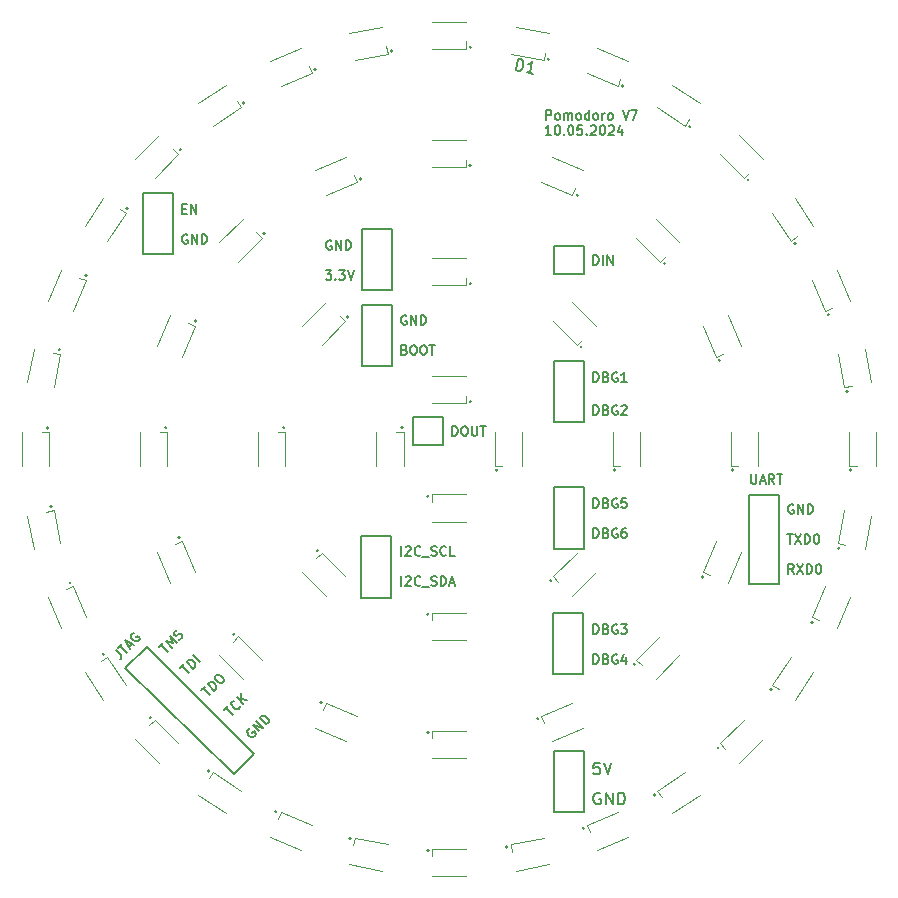
<source format=gbr>
%TF.GenerationSoftware,KiCad,Pcbnew,8.0.2-1*%
%TF.CreationDate,2024-05-17T13:07:53+01:00*%
%TF.ProjectId,Pomodoro_V7,506f6d6f-646f-4726-9f5f-56372e6b6963,rev?*%
%TF.SameCoordinates,Original*%
%TF.FileFunction,Legend,Top*%
%TF.FilePolarity,Positive*%
%FSLAX46Y46*%
G04 Gerber Fmt 4.6, Leading zero omitted, Abs format (unit mm)*
G04 Created by KiCad (PCBNEW 8.0.2-1) date 2024-05-17 13:07:53*
%MOMM*%
%LPD*%
G01*
G04 APERTURE LIST*
%ADD10C,0.150000*%
%ADD11C,0.120000*%
%ADD12C,0.149999*%
G04 APERTURE END LIST*
D10*
X142600000Y-87810000D02*
X145130000Y-87810000D01*
X145130000Y-93000000D01*
X142600000Y-93000000D01*
X142600000Y-87810000D01*
X158810000Y-113880000D02*
X161340000Y-113880000D01*
X161340000Y-119070000D01*
X158810000Y-119070000D01*
X158810000Y-113880000D01*
X142540000Y-107390000D02*
X145070000Y-107390000D01*
X145070000Y-112580000D01*
X142540000Y-112580000D01*
X142540000Y-107390000D01*
X124390000Y-116740000D02*
X122600000Y-118530000D01*
X133480000Y-125830000D02*
X124390000Y-116740000D01*
X146920000Y-97280000D02*
X149450000Y-97280000D01*
X149450000Y-99700000D01*
X146920000Y-99700000D01*
X146920000Y-97280000D01*
X158870000Y-125550000D02*
X161400000Y-125550000D01*
X161400000Y-130740000D01*
X158870000Y-130740000D01*
X158870000Y-125550000D01*
X122600000Y-118530000D02*
X131760000Y-127540000D01*
X158910000Y-82790000D02*
X161440000Y-82790000D01*
X161440000Y-85210000D01*
X158910000Y-85210000D01*
X158910000Y-82790000D01*
X142620000Y-81360000D02*
X145150000Y-81360000D01*
X145150000Y-86550000D01*
X142620000Y-86550000D01*
X142620000Y-81360000D01*
X158900000Y-103260000D02*
X161430000Y-103260000D01*
X161430000Y-108450000D01*
X158900000Y-108450000D01*
X158900000Y-103260000D01*
X175400000Y-103885000D02*
X177930000Y-103885000D01*
X177930000Y-111400000D01*
X175400000Y-111400000D01*
X175400000Y-103885000D01*
X158870000Y-92520000D02*
X161400000Y-92520000D01*
X161400000Y-97710000D01*
X158870000Y-97710000D01*
X158870000Y-92520000D01*
X124070000Y-78310000D02*
X126600000Y-78310000D01*
X126600000Y-83500000D01*
X124070000Y-83500000D01*
X124070000Y-78310000D01*
X131760000Y-127540000D02*
X133480000Y-125830000D01*
X130941224Y-122095915D02*
X131264473Y-121772666D01*
X131668534Y-122499976D02*
X131102849Y-121934290D01*
X132288095Y-121772666D02*
X132288095Y-121826540D01*
X132288095Y-121826540D02*
X132234220Y-121934290D01*
X132234220Y-121934290D02*
X132180345Y-121988165D01*
X132180345Y-121988165D02*
X132072595Y-122042040D01*
X132072595Y-122042040D02*
X131964846Y-122042040D01*
X131964846Y-122042040D02*
X131884034Y-122015102D01*
X131884034Y-122015102D02*
X131749347Y-121934290D01*
X131749347Y-121934290D02*
X131668534Y-121853478D01*
X131668534Y-121853478D02*
X131587722Y-121718791D01*
X131587722Y-121718791D02*
X131560785Y-121637979D01*
X131560785Y-121637979D02*
X131560785Y-121530229D01*
X131560785Y-121530229D02*
X131614660Y-121422479D01*
X131614660Y-121422479D02*
X131668534Y-121368605D01*
X131668534Y-121368605D02*
X131776284Y-121314730D01*
X131776284Y-121314730D02*
X131830159Y-121314730D01*
X132584406Y-121584104D02*
X132018721Y-121018418D01*
X132907655Y-121260855D02*
X132341969Y-121180043D01*
X132341969Y-120695170D02*
X132341969Y-121341667D01*
X146237826Y-91601247D02*
X146352112Y-91639342D01*
X146352112Y-91639342D02*
X146390207Y-91677438D01*
X146390207Y-91677438D02*
X146428303Y-91753628D01*
X146428303Y-91753628D02*
X146428303Y-91867914D01*
X146428303Y-91867914D02*
X146390207Y-91944104D01*
X146390207Y-91944104D02*
X146352112Y-91982200D01*
X146352112Y-91982200D02*
X146275922Y-92020295D01*
X146275922Y-92020295D02*
X145971160Y-92020295D01*
X145971160Y-92020295D02*
X145971160Y-91220295D01*
X145971160Y-91220295D02*
X146237826Y-91220295D01*
X146237826Y-91220295D02*
X146314017Y-91258390D01*
X146314017Y-91258390D02*
X146352112Y-91296485D01*
X146352112Y-91296485D02*
X146390207Y-91372676D01*
X146390207Y-91372676D02*
X146390207Y-91448866D01*
X146390207Y-91448866D02*
X146352112Y-91525057D01*
X146352112Y-91525057D02*
X146314017Y-91563152D01*
X146314017Y-91563152D02*
X146237826Y-91601247D01*
X146237826Y-91601247D02*
X145971160Y-91601247D01*
X146923541Y-91220295D02*
X147075922Y-91220295D01*
X147075922Y-91220295D02*
X147152112Y-91258390D01*
X147152112Y-91258390D02*
X147228303Y-91334580D01*
X147228303Y-91334580D02*
X147266398Y-91486961D01*
X147266398Y-91486961D02*
X147266398Y-91753628D01*
X147266398Y-91753628D02*
X147228303Y-91906009D01*
X147228303Y-91906009D02*
X147152112Y-91982200D01*
X147152112Y-91982200D02*
X147075922Y-92020295D01*
X147075922Y-92020295D02*
X146923541Y-92020295D01*
X146923541Y-92020295D02*
X146847350Y-91982200D01*
X146847350Y-91982200D02*
X146771160Y-91906009D01*
X146771160Y-91906009D02*
X146733064Y-91753628D01*
X146733064Y-91753628D02*
X146733064Y-91486961D01*
X146733064Y-91486961D02*
X146771160Y-91334580D01*
X146771160Y-91334580D02*
X146847350Y-91258390D01*
X146847350Y-91258390D02*
X146923541Y-91220295D01*
X147761636Y-91220295D02*
X147914017Y-91220295D01*
X147914017Y-91220295D02*
X147990207Y-91258390D01*
X147990207Y-91258390D02*
X148066398Y-91334580D01*
X148066398Y-91334580D02*
X148104493Y-91486961D01*
X148104493Y-91486961D02*
X148104493Y-91753628D01*
X148104493Y-91753628D02*
X148066398Y-91906009D01*
X148066398Y-91906009D02*
X147990207Y-91982200D01*
X147990207Y-91982200D02*
X147914017Y-92020295D01*
X147914017Y-92020295D02*
X147761636Y-92020295D01*
X147761636Y-92020295D02*
X147685445Y-91982200D01*
X147685445Y-91982200D02*
X147609255Y-91906009D01*
X147609255Y-91906009D02*
X147571159Y-91753628D01*
X147571159Y-91753628D02*
X147571159Y-91486961D01*
X147571159Y-91486961D02*
X147609255Y-91334580D01*
X147609255Y-91334580D02*
X147685445Y-91258390D01*
X147685445Y-91258390D02*
X147761636Y-91220295D01*
X148333064Y-91220295D02*
X148790207Y-91220295D01*
X148561635Y-92020295D02*
X148561635Y-91220295D01*
X133123285Y-123650728D02*
X133042473Y-123677666D01*
X133042473Y-123677666D02*
X132961661Y-123758478D01*
X132961661Y-123758478D02*
X132907786Y-123866228D01*
X132907786Y-123866228D02*
X132907786Y-123973977D01*
X132907786Y-123973977D02*
X132934724Y-124054789D01*
X132934724Y-124054789D02*
X133015536Y-124189476D01*
X133015536Y-124189476D02*
X133096348Y-124270289D01*
X133096348Y-124270289D02*
X133231035Y-124351101D01*
X133231035Y-124351101D02*
X133311847Y-124378038D01*
X133311847Y-124378038D02*
X133419597Y-124378038D01*
X133419597Y-124378038D02*
X133527346Y-124324163D01*
X133527346Y-124324163D02*
X133581221Y-124270289D01*
X133581221Y-124270289D02*
X133635096Y-124162539D01*
X133635096Y-124162539D02*
X133635096Y-124108664D01*
X133635096Y-124108664D02*
X133446534Y-123920102D01*
X133446534Y-123920102D02*
X133338785Y-124027852D01*
X133931408Y-123920102D02*
X133365722Y-123354417D01*
X133365722Y-123354417D02*
X134254656Y-123596854D01*
X134254656Y-123596854D02*
X133688971Y-123031168D01*
X134524030Y-123327480D02*
X133958345Y-122761794D01*
X133958345Y-122761794D02*
X134093032Y-122627107D01*
X134093032Y-122627107D02*
X134200781Y-122573232D01*
X134200781Y-122573232D02*
X134308531Y-122573232D01*
X134308531Y-122573232D02*
X134389343Y-122600170D01*
X134389343Y-122600170D02*
X134524030Y-122680982D01*
X134524030Y-122680982D02*
X134604842Y-122761794D01*
X134604842Y-122761794D02*
X134685655Y-122896481D01*
X134685655Y-122896481D02*
X134712592Y-122977294D01*
X134712592Y-122977294D02*
X134712592Y-123085043D01*
X134712592Y-123085043D02*
X134658717Y-123192793D01*
X134658717Y-123192793D02*
X134524030Y-123327480D01*
X127258224Y-118539915D02*
X127581473Y-118216666D01*
X127985534Y-118943976D02*
X127419849Y-118378290D01*
X128335721Y-118593789D02*
X127770035Y-118028104D01*
X127770035Y-118028104D02*
X127904722Y-117893417D01*
X127904722Y-117893417D02*
X128012472Y-117839542D01*
X128012472Y-117839542D02*
X128120221Y-117839542D01*
X128120221Y-117839542D02*
X128201034Y-117866479D01*
X128201034Y-117866479D02*
X128335721Y-117947292D01*
X128335721Y-117947292D02*
X128416533Y-118028104D01*
X128416533Y-118028104D02*
X128497345Y-118162791D01*
X128497345Y-118162791D02*
X128524282Y-118243603D01*
X128524282Y-118243603D02*
X128524282Y-118351353D01*
X128524282Y-118351353D02*
X128470408Y-118459102D01*
X128470408Y-118459102D02*
X128335721Y-118593789D01*
X128901406Y-118028104D02*
X128335721Y-117462418D01*
X140040207Y-82368390D02*
X139964017Y-82330295D01*
X139964017Y-82330295D02*
X139849731Y-82330295D01*
X139849731Y-82330295D02*
X139735445Y-82368390D01*
X139735445Y-82368390D02*
X139659255Y-82444580D01*
X139659255Y-82444580D02*
X139621160Y-82520771D01*
X139621160Y-82520771D02*
X139583064Y-82673152D01*
X139583064Y-82673152D02*
X139583064Y-82787438D01*
X139583064Y-82787438D02*
X139621160Y-82939819D01*
X139621160Y-82939819D02*
X139659255Y-83016009D01*
X139659255Y-83016009D02*
X139735445Y-83092200D01*
X139735445Y-83092200D02*
X139849731Y-83130295D01*
X139849731Y-83130295D02*
X139925922Y-83130295D01*
X139925922Y-83130295D02*
X140040207Y-83092200D01*
X140040207Y-83092200D02*
X140078303Y-83054104D01*
X140078303Y-83054104D02*
X140078303Y-82787438D01*
X140078303Y-82787438D02*
X139925922Y-82787438D01*
X140421160Y-83130295D02*
X140421160Y-82330295D01*
X140421160Y-82330295D02*
X140878303Y-83130295D01*
X140878303Y-83130295D02*
X140878303Y-82330295D01*
X141259255Y-83130295D02*
X141259255Y-82330295D01*
X141259255Y-82330295D02*
X141449731Y-82330295D01*
X141449731Y-82330295D02*
X141564017Y-82368390D01*
X141564017Y-82368390D02*
X141640207Y-82444580D01*
X141640207Y-82444580D02*
X141678302Y-82520771D01*
X141678302Y-82520771D02*
X141716398Y-82673152D01*
X141716398Y-82673152D02*
X141716398Y-82787438D01*
X141716398Y-82787438D02*
X141678302Y-82939819D01*
X141678302Y-82939819D02*
X141640207Y-83016009D01*
X141640207Y-83016009D02*
X141564017Y-83092200D01*
X141564017Y-83092200D02*
X141449731Y-83130295D01*
X141449731Y-83130295D02*
X141259255Y-83130295D01*
X150289160Y-98878295D02*
X150289160Y-98078295D01*
X150289160Y-98078295D02*
X150479636Y-98078295D01*
X150479636Y-98078295D02*
X150593922Y-98116390D01*
X150593922Y-98116390D02*
X150670112Y-98192580D01*
X150670112Y-98192580D02*
X150708207Y-98268771D01*
X150708207Y-98268771D02*
X150746303Y-98421152D01*
X150746303Y-98421152D02*
X150746303Y-98535438D01*
X150746303Y-98535438D02*
X150708207Y-98687819D01*
X150708207Y-98687819D02*
X150670112Y-98764009D01*
X150670112Y-98764009D02*
X150593922Y-98840200D01*
X150593922Y-98840200D02*
X150479636Y-98878295D01*
X150479636Y-98878295D02*
X150289160Y-98878295D01*
X151241541Y-98078295D02*
X151393922Y-98078295D01*
X151393922Y-98078295D02*
X151470112Y-98116390D01*
X151470112Y-98116390D02*
X151546303Y-98192580D01*
X151546303Y-98192580D02*
X151584398Y-98344961D01*
X151584398Y-98344961D02*
X151584398Y-98611628D01*
X151584398Y-98611628D02*
X151546303Y-98764009D01*
X151546303Y-98764009D02*
X151470112Y-98840200D01*
X151470112Y-98840200D02*
X151393922Y-98878295D01*
X151393922Y-98878295D02*
X151241541Y-98878295D01*
X151241541Y-98878295D02*
X151165350Y-98840200D01*
X151165350Y-98840200D02*
X151089160Y-98764009D01*
X151089160Y-98764009D02*
X151051064Y-98611628D01*
X151051064Y-98611628D02*
X151051064Y-98344961D01*
X151051064Y-98344961D02*
X151089160Y-98192580D01*
X151089160Y-98192580D02*
X151165350Y-98116390D01*
X151165350Y-98116390D02*
X151241541Y-98078295D01*
X151927255Y-98078295D02*
X151927255Y-98725914D01*
X151927255Y-98725914D02*
X151965350Y-98802104D01*
X151965350Y-98802104D02*
X152003445Y-98840200D01*
X152003445Y-98840200D02*
X152079636Y-98878295D01*
X152079636Y-98878295D02*
X152232017Y-98878295D01*
X152232017Y-98878295D02*
X152308207Y-98840200D01*
X152308207Y-98840200D02*
X152346302Y-98802104D01*
X152346302Y-98802104D02*
X152384398Y-98725914D01*
X152384398Y-98725914D02*
X152384398Y-98078295D01*
X152651064Y-98078295D02*
X153108207Y-98078295D01*
X152879635Y-98878295D02*
X152879635Y-98078295D01*
X145971160Y-111578295D02*
X145971160Y-110778295D01*
X146314016Y-110854485D02*
X146352112Y-110816390D01*
X146352112Y-110816390D02*
X146428302Y-110778295D01*
X146428302Y-110778295D02*
X146618778Y-110778295D01*
X146618778Y-110778295D02*
X146694969Y-110816390D01*
X146694969Y-110816390D02*
X146733064Y-110854485D01*
X146733064Y-110854485D02*
X146771159Y-110930676D01*
X146771159Y-110930676D02*
X146771159Y-111006866D01*
X146771159Y-111006866D02*
X146733064Y-111121152D01*
X146733064Y-111121152D02*
X146275921Y-111578295D01*
X146275921Y-111578295D02*
X146771159Y-111578295D01*
X147571160Y-111502104D02*
X147533064Y-111540200D01*
X147533064Y-111540200D02*
X147418779Y-111578295D01*
X147418779Y-111578295D02*
X147342588Y-111578295D01*
X147342588Y-111578295D02*
X147228302Y-111540200D01*
X147228302Y-111540200D02*
X147152112Y-111464009D01*
X147152112Y-111464009D02*
X147114017Y-111387819D01*
X147114017Y-111387819D02*
X147075921Y-111235438D01*
X147075921Y-111235438D02*
X147075921Y-111121152D01*
X147075921Y-111121152D02*
X147114017Y-110968771D01*
X147114017Y-110968771D02*
X147152112Y-110892580D01*
X147152112Y-110892580D02*
X147228302Y-110816390D01*
X147228302Y-110816390D02*
X147342588Y-110778295D01*
X147342588Y-110778295D02*
X147418779Y-110778295D01*
X147418779Y-110778295D02*
X147533064Y-110816390D01*
X147533064Y-110816390D02*
X147571160Y-110854485D01*
X147723541Y-111654485D02*
X148333064Y-111654485D01*
X148485445Y-111540200D02*
X148599731Y-111578295D01*
X148599731Y-111578295D02*
X148790207Y-111578295D01*
X148790207Y-111578295D02*
X148866398Y-111540200D01*
X148866398Y-111540200D02*
X148904493Y-111502104D01*
X148904493Y-111502104D02*
X148942588Y-111425914D01*
X148942588Y-111425914D02*
X148942588Y-111349723D01*
X148942588Y-111349723D02*
X148904493Y-111273533D01*
X148904493Y-111273533D02*
X148866398Y-111235438D01*
X148866398Y-111235438D02*
X148790207Y-111197342D01*
X148790207Y-111197342D02*
X148637826Y-111159247D01*
X148637826Y-111159247D02*
X148561636Y-111121152D01*
X148561636Y-111121152D02*
X148523541Y-111083057D01*
X148523541Y-111083057D02*
X148485445Y-111006866D01*
X148485445Y-111006866D02*
X148485445Y-110930676D01*
X148485445Y-110930676D02*
X148523541Y-110854485D01*
X148523541Y-110854485D02*
X148561636Y-110816390D01*
X148561636Y-110816390D02*
X148637826Y-110778295D01*
X148637826Y-110778295D02*
X148828303Y-110778295D01*
X148828303Y-110778295D02*
X148942588Y-110816390D01*
X149285446Y-111578295D02*
X149285446Y-110778295D01*
X149285446Y-110778295D02*
X149475922Y-110778295D01*
X149475922Y-110778295D02*
X149590208Y-110816390D01*
X149590208Y-110816390D02*
X149666398Y-110892580D01*
X149666398Y-110892580D02*
X149704493Y-110968771D01*
X149704493Y-110968771D02*
X149742589Y-111121152D01*
X149742589Y-111121152D02*
X149742589Y-111235438D01*
X149742589Y-111235438D02*
X149704493Y-111387819D01*
X149704493Y-111387819D02*
X149666398Y-111464009D01*
X149666398Y-111464009D02*
X149590208Y-111540200D01*
X149590208Y-111540200D02*
X149475922Y-111578295D01*
X149475922Y-111578295D02*
X149285446Y-111578295D01*
X150047350Y-111349723D02*
X150428303Y-111349723D01*
X149971160Y-111578295D02*
X150237827Y-110778295D01*
X150237827Y-110778295D02*
X150504493Y-111578295D01*
X158209160Y-72126340D02*
X158209160Y-71326340D01*
X158209160Y-71326340D02*
X158513922Y-71326340D01*
X158513922Y-71326340D02*
X158590112Y-71364435D01*
X158590112Y-71364435D02*
X158628207Y-71402530D01*
X158628207Y-71402530D02*
X158666303Y-71478721D01*
X158666303Y-71478721D02*
X158666303Y-71593006D01*
X158666303Y-71593006D02*
X158628207Y-71669197D01*
X158628207Y-71669197D02*
X158590112Y-71707292D01*
X158590112Y-71707292D02*
X158513922Y-71745387D01*
X158513922Y-71745387D02*
X158209160Y-71745387D01*
X159123445Y-72126340D02*
X159047255Y-72088245D01*
X159047255Y-72088245D02*
X159009160Y-72050149D01*
X159009160Y-72050149D02*
X158971064Y-71973959D01*
X158971064Y-71973959D02*
X158971064Y-71745387D01*
X158971064Y-71745387D02*
X159009160Y-71669197D01*
X159009160Y-71669197D02*
X159047255Y-71631102D01*
X159047255Y-71631102D02*
X159123445Y-71593006D01*
X159123445Y-71593006D02*
X159237731Y-71593006D01*
X159237731Y-71593006D02*
X159313922Y-71631102D01*
X159313922Y-71631102D02*
X159352017Y-71669197D01*
X159352017Y-71669197D02*
X159390112Y-71745387D01*
X159390112Y-71745387D02*
X159390112Y-71973959D01*
X159390112Y-71973959D02*
X159352017Y-72050149D01*
X159352017Y-72050149D02*
X159313922Y-72088245D01*
X159313922Y-72088245D02*
X159237731Y-72126340D01*
X159237731Y-72126340D02*
X159123445Y-72126340D01*
X159732970Y-72126340D02*
X159732970Y-71593006D01*
X159732970Y-71669197D02*
X159771065Y-71631102D01*
X159771065Y-71631102D02*
X159847255Y-71593006D01*
X159847255Y-71593006D02*
X159961541Y-71593006D01*
X159961541Y-71593006D02*
X160037732Y-71631102D01*
X160037732Y-71631102D02*
X160075827Y-71707292D01*
X160075827Y-71707292D02*
X160075827Y-72126340D01*
X160075827Y-71707292D02*
X160113922Y-71631102D01*
X160113922Y-71631102D02*
X160190113Y-71593006D01*
X160190113Y-71593006D02*
X160304398Y-71593006D01*
X160304398Y-71593006D02*
X160380589Y-71631102D01*
X160380589Y-71631102D02*
X160418684Y-71707292D01*
X160418684Y-71707292D02*
X160418684Y-72126340D01*
X160913922Y-72126340D02*
X160837732Y-72088245D01*
X160837732Y-72088245D02*
X160799637Y-72050149D01*
X160799637Y-72050149D02*
X160761541Y-71973959D01*
X160761541Y-71973959D02*
X160761541Y-71745387D01*
X160761541Y-71745387D02*
X160799637Y-71669197D01*
X160799637Y-71669197D02*
X160837732Y-71631102D01*
X160837732Y-71631102D02*
X160913922Y-71593006D01*
X160913922Y-71593006D02*
X161028208Y-71593006D01*
X161028208Y-71593006D02*
X161104399Y-71631102D01*
X161104399Y-71631102D02*
X161142494Y-71669197D01*
X161142494Y-71669197D02*
X161180589Y-71745387D01*
X161180589Y-71745387D02*
X161180589Y-71973959D01*
X161180589Y-71973959D02*
X161142494Y-72050149D01*
X161142494Y-72050149D02*
X161104399Y-72088245D01*
X161104399Y-72088245D02*
X161028208Y-72126340D01*
X161028208Y-72126340D02*
X160913922Y-72126340D01*
X161866304Y-72126340D02*
X161866304Y-71326340D01*
X161866304Y-72088245D02*
X161790113Y-72126340D01*
X161790113Y-72126340D02*
X161637732Y-72126340D01*
X161637732Y-72126340D02*
X161561542Y-72088245D01*
X161561542Y-72088245D02*
X161523447Y-72050149D01*
X161523447Y-72050149D02*
X161485351Y-71973959D01*
X161485351Y-71973959D02*
X161485351Y-71745387D01*
X161485351Y-71745387D02*
X161523447Y-71669197D01*
X161523447Y-71669197D02*
X161561542Y-71631102D01*
X161561542Y-71631102D02*
X161637732Y-71593006D01*
X161637732Y-71593006D02*
X161790113Y-71593006D01*
X161790113Y-71593006D02*
X161866304Y-71631102D01*
X162361542Y-72126340D02*
X162285352Y-72088245D01*
X162285352Y-72088245D02*
X162247257Y-72050149D01*
X162247257Y-72050149D02*
X162209161Y-71973959D01*
X162209161Y-71973959D02*
X162209161Y-71745387D01*
X162209161Y-71745387D02*
X162247257Y-71669197D01*
X162247257Y-71669197D02*
X162285352Y-71631102D01*
X162285352Y-71631102D02*
X162361542Y-71593006D01*
X162361542Y-71593006D02*
X162475828Y-71593006D01*
X162475828Y-71593006D02*
X162552019Y-71631102D01*
X162552019Y-71631102D02*
X162590114Y-71669197D01*
X162590114Y-71669197D02*
X162628209Y-71745387D01*
X162628209Y-71745387D02*
X162628209Y-71973959D01*
X162628209Y-71973959D02*
X162590114Y-72050149D01*
X162590114Y-72050149D02*
X162552019Y-72088245D01*
X162552019Y-72088245D02*
X162475828Y-72126340D01*
X162475828Y-72126340D02*
X162361542Y-72126340D01*
X162971067Y-72126340D02*
X162971067Y-71593006D01*
X162971067Y-71745387D02*
X163009162Y-71669197D01*
X163009162Y-71669197D02*
X163047257Y-71631102D01*
X163047257Y-71631102D02*
X163123448Y-71593006D01*
X163123448Y-71593006D02*
X163199638Y-71593006D01*
X163580590Y-72126340D02*
X163504400Y-72088245D01*
X163504400Y-72088245D02*
X163466305Y-72050149D01*
X163466305Y-72050149D02*
X163428209Y-71973959D01*
X163428209Y-71973959D02*
X163428209Y-71745387D01*
X163428209Y-71745387D02*
X163466305Y-71669197D01*
X163466305Y-71669197D02*
X163504400Y-71631102D01*
X163504400Y-71631102D02*
X163580590Y-71593006D01*
X163580590Y-71593006D02*
X163694876Y-71593006D01*
X163694876Y-71593006D02*
X163771067Y-71631102D01*
X163771067Y-71631102D02*
X163809162Y-71669197D01*
X163809162Y-71669197D02*
X163847257Y-71745387D01*
X163847257Y-71745387D02*
X163847257Y-71973959D01*
X163847257Y-71973959D02*
X163809162Y-72050149D01*
X163809162Y-72050149D02*
X163771067Y-72088245D01*
X163771067Y-72088245D02*
X163694876Y-72126340D01*
X163694876Y-72126340D02*
X163580590Y-72126340D01*
X164685353Y-71326340D02*
X164952020Y-72126340D01*
X164952020Y-72126340D02*
X165218686Y-71326340D01*
X165409162Y-71326340D02*
X165942496Y-71326340D01*
X165942496Y-71326340D02*
X165599638Y-72126340D01*
X158628207Y-73414295D02*
X158171064Y-73414295D01*
X158399636Y-73414295D02*
X158399636Y-72614295D01*
X158399636Y-72614295D02*
X158323445Y-72728580D01*
X158323445Y-72728580D02*
X158247255Y-72804771D01*
X158247255Y-72804771D02*
X158171064Y-72842866D01*
X159123446Y-72614295D02*
X159199636Y-72614295D01*
X159199636Y-72614295D02*
X159275827Y-72652390D01*
X159275827Y-72652390D02*
X159313922Y-72690485D01*
X159313922Y-72690485D02*
X159352017Y-72766676D01*
X159352017Y-72766676D02*
X159390112Y-72919057D01*
X159390112Y-72919057D02*
X159390112Y-73109533D01*
X159390112Y-73109533D02*
X159352017Y-73261914D01*
X159352017Y-73261914D02*
X159313922Y-73338104D01*
X159313922Y-73338104D02*
X159275827Y-73376200D01*
X159275827Y-73376200D02*
X159199636Y-73414295D01*
X159199636Y-73414295D02*
X159123446Y-73414295D01*
X159123446Y-73414295D02*
X159047255Y-73376200D01*
X159047255Y-73376200D02*
X159009160Y-73338104D01*
X159009160Y-73338104D02*
X158971065Y-73261914D01*
X158971065Y-73261914D02*
X158932969Y-73109533D01*
X158932969Y-73109533D02*
X158932969Y-72919057D01*
X158932969Y-72919057D02*
X158971065Y-72766676D01*
X158971065Y-72766676D02*
X159009160Y-72690485D01*
X159009160Y-72690485D02*
X159047255Y-72652390D01*
X159047255Y-72652390D02*
X159123446Y-72614295D01*
X159732970Y-73338104D02*
X159771065Y-73376200D01*
X159771065Y-73376200D02*
X159732970Y-73414295D01*
X159732970Y-73414295D02*
X159694874Y-73376200D01*
X159694874Y-73376200D02*
X159732970Y-73338104D01*
X159732970Y-73338104D02*
X159732970Y-73414295D01*
X160266303Y-72614295D02*
X160342493Y-72614295D01*
X160342493Y-72614295D02*
X160418684Y-72652390D01*
X160418684Y-72652390D02*
X160456779Y-72690485D01*
X160456779Y-72690485D02*
X160494874Y-72766676D01*
X160494874Y-72766676D02*
X160532969Y-72919057D01*
X160532969Y-72919057D02*
X160532969Y-73109533D01*
X160532969Y-73109533D02*
X160494874Y-73261914D01*
X160494874Y-73261914D02*
X160456779Y-73338104D01*
X160456779Y-73338104D02*
X160418684Y-73376200D01*
X160418684Y-73376200D02*
X160342493Y-73414295D01*
X160342493Y-73414295D02*
X160266303Y-73414295D01*
X160266303Y-73414295D02*
X160190112Y-73376200D01*
X160190112Y-73376200D02*
X160152017Y-73338104D01*
X160152017Y-73338104D02*
X160113922Y-73261914D01*
X160113922Y-73261914D02*
X160075826Y-73109533D01*
X160075826Y-73109533D02*
X160075826Y-72919057D01*
X160075826Y-72919057D02*
X160113922Y-72766676D01*
X160113922Y-72766676D02*
X160152017Y-72690485D01*
X160152017Y-72690485D02*
X160190112Y-72652390D01*
X160190112Y-72652390D02*
X160266303Y-72614295D01*
X161256779Y-72614295D02*
X160875827Y-72614295D01*
X160875827Y-72614295D02*
X160837731Y-72995247D01*
X160837731Y-72995247D02*
X160875827Y-72957152D01*
X160875827Y-72957152D02*
X160952017Y-72919057D01*
X160952017Y-72919057D02*
X161142493Y-72919057D01*
X161142493Y-72919057D02*
X161218684Y-72957152D01*
X161218684Y-72957152D02*
X161256779Y-72995247D01*
X161256779Y-72995247D02*
X161294874Y-73071438D01*
X161294874Y-73071438D02*
X161294874Y-73261914D01*
X161294874Y-73261914D02*
X161256779Y-73338104D01*
X161256779Y-73338104D02*
X161218684Y-73376200D01*
X161218684Y-73376200D02*
X161142493Y-73414295D01*
X161142493Y-73414295D02*
X160952017Y-73414295D01*
X160952017Y-73414295D02*
X160875827Y-73376200D01*
X160875827Y-73376200D02*
X160837731Y-73338104D01*
X161637732Y-73338104D02*
X161675827Y-73376200D01*
X161675827Y-73376200D02*
X161637732Y-73414295D01*
X161637732Y-73414295D02*
X161599636Y-73376200D01*
X161599636Y-73376200D02*
X161637732Y-73338104D01*
X161637732Y-73338104D02*
X161637732Y-73414295D01*
X161980588Y-72690485D02*
X162018684Y-72652390D01*
X162018684Y-72652390D02*
X162094874Y-72614295D01*
X162094874Y-72614295D02*
X162285350Y-72614295D01*
X162285350Y-72614295D02*
X162361541Y-72652390D01*
X162361541Y-72652390D02*
X162399636Y-72690485D01*
X162399636Y-72690485D02*
X162437731Y-72766676D01*
X162437731Y-72766676D02*
X162437731Y-72842866D01*
X162437731Y-72842866D02*
X162399636Y-72957152D01*
X162399636Y-72957152D02*
X161942493Y-73414295D01*
X161942493Y-73414295D02*
X162437731Y-73414295D01*
X162932970Y-72614295D02*
X163009160Y-72614295D01*
X163009160Y-72614295D02*
X163085351Y-72652390D01*
X163085351Y-72652390D02*
X163123446Y-72690485D01*
X163123446Y-72690485D02*
X163161541Y-72766676D01*
X163161541Y-72766676D02*
X163199636Y-72919057D01*
X163199636Y-72919057D02*
X163199636Y-73109533D01*
X163199636Y-73109533D02*
X163161541Y-73261914D01*
X163161541Y-73261914D02*
X163123446Y-73338104D01*
X163123446Y-73338104D02*
X163085351Y-73376200D01*
X163085351Y-73376200D02*
X163009160Y-73414295D01*
X163009160Y-73414295D02*
X162932970Y-73414295D01*
X162932970Y-73414295D02*
X162856779Y-73376200D01*
X162856779Y-73376200D02*
X162818684Y-73338104D01*
X162818684Y-73338104D02*
X162780589Y-73261914D01*
X162780589Y-73261914D02*
X162742493Y-73109533D01*
X162742493Y-73109533D02*
X162742493Y-72919057D01*
X162742493Y-72919057D02*
X162780589Y-72766676D01*
X162780589Y-72766676D02*
X162818684Y-72690485D01*
X162818684Y-72690485D02*
X162856779Y-72652390D01*
X162856779Y-72652390D02*
X162932970Y-72614295D01*
X163504398Y-72690485D02*
X163542494Y-72652390D01*
X163542494Y-72652390D02*
X163618684Y-72614295D01*
X163618684Y-72614295D02*
X163809160Y-72614295D01*
X163809160Y-72614295D02*
X163885351Y-72652390D01*
X163885351Y-72652390D02*
X163923446Y-72690485D01*
X163923446Y-72690485D02*
X163961541Y-72766676D01*
X163961541Y-72766676D02*
X163961541Y-72842866D01*
X163961541Y-72842866D02*
X163923446Y-72957152D01*
X163923446Y-72957152D02*
X163466303Y-73414295D01*
X163466303Y-73414295D02*
X163961541Y-73414295D01*
X164647256Y-72880961D02*
X164647256Y-73414295D01*
X164456780Y-72576200D02*
X164266303Y-73147628D01*
X164266303Y-73147628D02*
X164761542Y-73147628D01*
X127429160Y-79663247D02*
X127695826Y-79663247D01*
X127810112Y-80082295D02*
X127429160Y-80082295D01*
X127429160Y-80082295D02*
X127429160Y-79282295D01*
X127429160Y-79282295D02*
X127810112Y-79282295D01*
X128152970Y-80082295D02*
X128152970Y-79282295D01*
X128152970Y-79282295D02*
X128610113Y-80082295D01*
X128610113Y-80082295D02*
X128610113Y-79282295D01*
X121785661Y-117027478D02*
X122189722Y-117431539D01*
X122189722Y-117431539D02*
X122243597Y-117539289D01*
X122243597Y-117539289D02*
X122243597Y-117647038D01*
X122243597Y-117647038D02*
X122189722Y-117754788D01*
X122189722Y-117754788D02*
X122135847Y-117808663D01*
X121974223Y-116838916D02*
X122297472Y-116515667D01*
X122701533Y-117242977D02*
X122135847Y-116677292D01*
X122863157Y-116758104D02*
X123132531Y-116488730D01*
X122970907Y-116973603D02*
X122593783Y-116219356D01*
X122593783Y-116219356D02*
X123348031Y-116596479D01*
X123294156Y-115572858D02*
X123213343Y-115599796D01*
X123213343Y-115599796D02*
X123132531Y-115680608D01*
X123132531Y-115680608D02*
X123078656Y-115788357D01*
X123078656Y-115788357D02*
X123078656Y-115896107D01*
X123078656Y-115896107D02*
X123105594Y-115976919D01*
X123105594Y-115976919D02*
X123186406Y-116111606D01*
X123186406Y-116111606D02*
X123267218Y-116192418D01*
X123267218Y-116192418D02*
X123401905Y-116273231D01*
X123401905Y-116273231D02*
X123482717Y-116300168D01*
X123482717Y-116300168D02*
X123590467Y-116300168D01*
X123590467Y-116300168D02*
X123698217Y-116246293D01*
X123698217Y-116246293D02*
X123752091Y-116192418D01*
X123752091Y-116192418D02*
X123805966Y-116084669D01*
X123805966Y-116084669D02*
X123805966Y-116030794D01*
X123805966Y-116030794D02*
X123617404Y-115842232D01*
X123617404Y-115842232D02*
X123509655Y-115949982D01*
X162227160Y-97100295D02*
X162227160Y-96300295D01*
X162227160Y-96300295D02*
X162417636Y-96300295D01*
X162417636Y-96300295D02*
X162531922Y-96338390D01*
X162531922Y-96338390D02*
X162608112Y-96414580D01*
X162608112Y-96414580D02*
X162646207Y-96490771D01*
X162646207Y-96490771D02*
X162684303Y-96643152D01*
X162684303Y-96643152D02*
X162684303Y-96757438D01*
X162684303Y-96757438D02*
X162646207Y-96909819D01*
X162646207Y-96909819D02*
X162608112Y-96986009D01*
X162608112Y-96986009D02*
X162531922Y-97062200D01*
X162531922Y-97062200D02*
X162417636Y-97100295D01*
X162417636Y-97100295D02*
X162227160Y-97100295D01*
X163293826Y-96681247D02*
X163408112Y-96719342D01*
X163408112Y-96719342D02*
X163446207Y-96757438D01*
X163446207Y-96757438D02*
X163484303Y-96833628D01*
X163484303Y-96833628D02*
X163484303Y-96947914D01*
X163484303Y-96947914D02*
X163446207Y-97024104D01*
X163446207Y-97024104D02*
X163408112Y-97062200D01*
X163408112Y-97062200D02*
X163331922Y-97100295D01*
X163331922Y-97100295D02*
X163027160Y-97100295D01*
X163027160Y-97100295D02*
X163027160Y-96300295D01*
X163027160Y-96300295D02*
X163293826Y-96300295D01*
X163293826Y-96300295D02*
X163370017Y-96338390D01*
X163370017Y-96338390D02*
X163408112Y-96376485D01*
X163408112Y-96376485D02*
X163446207Y-96452676D01*
X163446207Y-96452676D02*
X163446207Y-96528866D01*
X163446207Y-96528866D02*
X163408112Y-96605057D01*
X163408112Y-96605057D02*
X163370017Y-96643152D01*
X163370017Y-96643152D02*
X163293826Y-96681247D01*
X163293826Y-96681247D02*
X163027160Y-96681247D01*
X164246207Y-96338390D02*
X164170017Y-96300295D01*
X164170017Y-96300295D02*
X164055731Y-96300295D01*
X164055731Y-96300295D02*
X163941445Y-96338390D01*
X163941445Y-96338390D02*
X163865255Y-96414580D01*
X163865255Y-96414580D02*
X163827160Y-96490771D01*
X163827160Y-96490771D02*
X163789064Y-96643152D01*
X163789064Y-96643152D02*
X163789064Y-96757438D01*
X163789064Y-96757438D02*
X163827160Y-96909819D01*
X163827160Y-96909819D02*
X163865255Y-96986009D01*
X163865255Y-96986009D02*
X163941445Y-97062200D01*
X163941445Y-97062200D02*
X164055731Y-97100295D01*
X164055731Y-97100295D02*
X164131922Y-97100295D01*
X164131922Y-97100295D02*
X164246207Y-97062200D01*
X164246207Y-97062200D02*
X164284303Y-97024104D01*
X164284303Y-97024104D02*
X164284303Y-96757438D01*
X164284303Y-96757438D02*
X164131922Y-96757438D01*
X164589064Y-96376485D02*
X164627160Y-96338390D01*
X164627160Y-96338390D02*
X164703350Y-96300295D01*
X164703350Y-96300295D02*
X164893826Y-96300295D01*
X164893826Y-96300295D02*
X164970017Y-96338390D01*
X164970017Y-96338390D02*
X165008112Y-96376485D01*
X165008112Y-96376485D02*
X165046207Y-96452676D01*
X165046207Y-96452676D02*
X165046207Y-96528866D01*
X165046207Y-96528866D02*
X165008112Y-96643152D01*
X165008112Y-96643152D02*
X164550969Y-97100295D01*
X164550969Y-97100295D02*
X165046207Y-97100295D01*
X162227160Y-84400295D02*
X162227160Y-83600295D01*
X162227160Y-83600295D02*
X162417636Y-83600295D01*
X162417636Y-83600295D02*
X162531922Y-83638390D01*
X162531922Y-83638390D02*
X162608112Y-83714580D01*
X162608112Y-83714580D02*
X162646207Y-83790771D01*
X162646207Y-83790771D02*
X162684303Y-83943152D01*
X162684303Y-83943152D02*
X162684303Y-84057438D01*
X162684303Y-84057438D02*
X162646207Y-84209819D01*
X162646207Y-84209819D02*
X162608112Y-84286009D01*
X162608112Y-84286009D02*
X162531922Y-84362200D01*
X162531922Y-84362200D02*
X162417636Y-84400295D01*
X162417636Y-84400295D02*
X162227160Y-84400295D01*
X163027160Y-84400295D02*
X163027160Y-83600295D01*
X163408112Y-84400295D02*
X163408112Y-83600295D01*
X163408112Y-83600295D02*
X163865255Y-84400295D01*
X163865255Y-84400295D02*
X163865255Y-83600295D01*
X162227160Y-115642295D02*
X162227160Y-114842295D01*
X162227160Y-114842295D02*
X162417636Y-114842295D01*
X162417636Y-114842295D02*
X162531922Y-114880390D01*
X162531922Y-114880390D02*
X162608112Y-114956580D01*
X162608112Y-114956580D02*
X162646207Y-115032771D01*
X162646207Y-115032771D02*
X162684303Y-115185152D01*
X162684303Y-115185152D02*
X162684303Y-115299438D01*
X162684303Y-115299438D02*
X162646207Y-115451819D01*
X162646207Y-115451819D02*
X162608112Y-115528009D01*
X162608112Y-115528009D02*
X162531922Y-115604200D01*
X162531922Y-115604200D02*
X162417636Y-115642295D01*
X162417636Y-115642295D02*
X162227160Y-115642295D01*
X163293826Y-115223247D02*
X163408112Y-115261342D01*
X163408112Y-115261342D02*
X163446207Y-115299438D01*
X163446207Y-115299438D02*
X163484303Y-115375628D01*
X163484303Y-115375628D02*
X163484303Y-115489914D01*
X163484303Y-115489914D02*
X163446207Y-115566104D01*
X163446207Y-115566104D02*
X163408112Y-115604200D01*
X163408112Y-115604200D02*
X163331922Y-115642295D01*
X163331922Y-115642295D02*
X163027160Y-115642295D01*
X163027160Y-115642295D02*
X163027160Y-114842295D01*
X163027160Y-114842295D02*
X163293826Y-114842295D01*
X163293826Y-114842295D02*
X163370017Y-114880390D01*
X163370017Y-114880390D02*
X163408112Y-114918485D01*
X163408112Y-114918485D02*
X163446207Y-114994676D01*
X163446207Y-114994676D02*
X163446207Y-115070866D01*
X163446207Y-115070866D02*
X163408112Y-115147057D01*
X163408112Y-115147057D02*
X163370017Y-115185152D01*
X163370017Y-115185152D02*
X163293826Y-115223247D01*
X163293826Y-115223247D02*
X163027160Y-115223247D01*
X164246207Y-114880390D02*
X164170017Y-114842295D01*
X164170017Y-114842295D02*
X164055731Y-114842295D01*
X164055731Y-114842295D02*
X163941445Y-114880390D01*
X163941445Y-114880390D02*
X163865255Y-114956580D01*
X163865255Y-114956580D02*
X163827160Y-115032771D01*
X163827160Y-115032771D02*
X163789064Y-115185152D01*
X163789064Y-115185152D02*
X163789064Y-115299438D01*
X163789064Y-115299438D02*
X163827160Y-115451819D01*
X163827160Y-115451819D02*
X163865255Y-115528009D01*
X163865255Y-115528009D02*
X163941445Y-115604200D01*
X163941445Y-115604200D02*
X164055731Y-115642295D01*
X164055731Y-115642295D02*
X164131922Y-115642295D01*
X164131922Y-115642295D02*
X164246207Y-115604200D01*
X164246207Y-115604200D02*
X164284303Y-115566104D01*
X164284303Y-115566104D02*
X164284303Y-115299438D01*
X164284303Y-115299438D02*
X164131922Y-115299438D01*
X164550969Y-114842295D02*
X165046207Y-114842295D01*
X165046207Y-114842295D02*
X164779541Y-115147057D01*
X164779541Y-115147057D02*
X164893826Y-115147057D01*
X164893826Y-115147057D02*
X164970017Y-115185152D01*
X164970017Y-115185152D02*
X165008112Y-115223247D01*
X165008112Y-115223247D02*
X165046207Y-115299438D01*
X165046207Y-115299438D02*
X165046207Y-115489914D01*
X165046207Y-115489914D02*
X165008112Y-115566104D01*
X165008112Y-115566104D02*
X164970017Y-115604200D01*
X164970017Y-115604200D02*
X164893826Y-115642295D01*
X164893826Y-115642295D02*
X164665255Y-115642295D01*
X164665255Y-115642295D02*
X164589064Y-115604200D01*
X164589064Y-115604200D02*
X164550969Y-115566104D01*
X129036224Y-120444915D02*
X129359473Y-120121666D01*
X129763534Y-120848976D02*
X129197849Y-120283290D01*
X130113721Y-120498789D02*
X129548035Y-119933104D01*
X129548035Y-119933104D02*
X129682722Y-119798417D01*
X129682722Y-119798417D02*
X129790472Y-119744542D01*
X129790472Y-119744542D02*
X129898221Y-119744542D01*
X129898221Y-119744542D02*
X129979034Y-119771479D01*
X129979034Y-119771479D02*
X130113721Y-119852292D01*
X130113721Y-119852292D02*
X130194533Y-119933104D01*
X130194533Y-119933104D02*
X130275345Y-120067791D01*
X130275345Y-120067791D02*
X130302282Y-120148603D01*
X130302282Y-120148603D02*
X130302282Y-120256353D01*
X130302282Y-120256353D02*
X130248408Y-120364102D01*
X130248408Y-120364102D02*
X130113721Y-120498789D01*
X130221470Y-119259669D02*
X130329220Y-119151919D01*
X130329220Y-119151919D02*
X130410032Y-119124982D01*
X130410032Y-119124982D02*
X130517782Y-119124982D01*
X130517782Y-119124982D02*
X130652469Y-119205794D01*
X130652469Y-119205794D02*
X130841030Y-119394356D01*
X130841030Y-119394356D02*
X130921843Y-119529043D01*
X130921843Y-119529043D02*
X130921843Y-119636792D01*
X130921843Y-119636792D02*
X130894905Y-119717605D01*
X130894905Y-119717605D02*
X130787156Y-119825354D01*
X130787156Y-119825354D02*
X130706343Y-119852292D01*
X130706343Y-119852292D02*
X130598594Y-119852292D01*
X130598594Y-119852292D02*
X130463907Y-119771479D01*
X130463907Y-119771479D02*
X130275345Y-119582918D01*
X130275345Y-119582918D02*
X130194533Y-119448231D01*
X130194533Y-119448231D02*
X130194533Y-119340481D01*
X130194533Y-119340481D02*
X130221470Y-119259669D01*
X178622874Y-107222295D02*
X179080017Y-107222295D01*
X178851445Y-108022295D02*
X178851445Y-107222295D01*
X179270493Y-107222295D02*
X179803827Y-108022295D01*
X179803827Y-107222295D02*
X179270493Y-108022295D01*
X180108589Y-108022295D02*
X180108589Y-107222295D01*
X180108589Y-107222295D02*
X180299065Y-107222295D01*
X180299065Y-107222295D02*
X180413351Y-107260390D01*
X180413351Y-107260390D02*
X180489541Y-107336580D01*
X180489541Y-107336580D02*
X180527636Y-107412771D01*
X180527636Y-107412771D02*
X180565732Y-107565152D01*
X180565732Y-107565152D02*
X180565732Y-107679438D01*
X180565732Y-107679438D02*
X180527636Y-107831819D01*
X180527636Y-107831819D02*
X180489541Y-107908009D01*
X180489541Y-107908009D02*
X180413351Y-107984200D01*
X180413351Y-107984200D02*
X180299065Y-108022295D01*
X180299065Y-108022295D02*
X180108589Y-108022295D01*
X181060970Y-107222295D02*
X181137160Y-107222295D01*
X181137160Y-107222295D02*
X181213351Y-107260390D01*
X181213351Y-107260390D02*
X181251446Y-107298485D01*
X181251446Y-107298485D02*
X181289541Y-107374676D01*
X181289541Y-107374676D02*
X181327636Y-107527057D01*
X181327636Y-107527057D02*
X181327636Y-107717533D01*
X181327636Y-107717533D02*
X181289541Y-107869914D01*
X181289541Y-107869914D02*
X181251446Y-107946104D01*
X181251446Y-107946104D02*
X181213351Y-107984200D01*
X181213351Y-107984200D02*
X181137160Y-108022295D01*
X181137160Y-108022295D02*
X181060970Y-108022295D01*
X181060970Y-108022295D02*
X180984779Y-107984200D01*
X180984779Y-107984200D02*
X180946684Y-107946104D01*
X180946684Y-107946104D02*
X180908589Y-107869914D01*
X180908589Y-107869914D02*
X180870493Y-107717533D01*
X180870493Y-107717533D02*
X180870493Y-107527057D01*
X180870493Y-107527057D02*
X180908589Y-107374676D01*
X180908589Y-107374676D02*
X180946684Y-107298485D01*
X180946684Y-107298485D02*
X180984779Y-107260390D01*
X180984779Y-107260390D02*
X181060970Y-107222295D01*
X179194303Y-110562295D02*
X178927636Y-110181342D01*
X178737160Y-110562295D02*
X178737160Y-109762295D01*
X178737160Y-109762295D02*
X179041922Y-109762295D01*
X179041922Y-109762295D02*
X179118112Y-109800390D01*
X179118112Y-109800390D02*
X179156207Y-109838485D01*
X179156207Y-109838485D02*
X179194303Y-109914676D01*
X179194303Y-109914676D02*
X179194303Y-110028961D01*
X179194303Y-110028961D02*
X179156207Y-110105152D01*
X179156207Y-110105152D02*
X179118112Y-110143247D01*
X179118112Y-110143247D02*
X179041922Y-110181342D01*
X179041922Y-110181342D02*
X178737160Y-110181342D01*
X179460969Y-109762295D02*
X179994303Y-110562295D01*
X179994303Y-109762295D02*
X179460969Y-110562295D01*
X180299065Y-110562295D02*
X180299065Y-109762295D01*
X180299065Y-109762295D02*
X180489541Y-109762295D01*
X180489541Y-109762295D02*
X180603827Y-109800390D01*
X180603827Y-109800390D02*
X180680017Y-109876580D01*
X180680017Y-109876580D02*
X180718112Y-109952771D01*
X180718112Y-109952771D02*
X180756208Y-110105152D01*
X180756208Y-110105152D02*
X180756208Y-110219438D01*
X180756208Y-110219438D02*
X180718112Y-110371819D01*
X180718112Y-110371819D02*
X180680017Y-110448009D01*
X180680017Y-110448009D02*
X180603827Y-110524200D01*
X180603827Y-110524200D02*
X180489541Y-110562295D01*
X180489541Y-110562295D02*
X180299065Y-110562295D01*
X181251446Y-109762295D02*
X181327636Y-109762295D01*
X181327636Y-109762295D02*
X181403827Y-109800390D01*
X181403827Y-109800390D02*
X181441922Y-109838485D01*
X181441922Y-109838485D02*
X181480017Y-109914676D01*
X181480017Y-109914676D02*
X181518112Y-110067057D01*
X181518112Y-110067057D02*
X181518112Y-110257533D01*
X181518112Y-110257533D02*
X181480017Y-110409914D01*
X181480017Y-110409914D02*
X181441922Y-110486104D01*
X181441922Y-110486104D02*
X181403827Y-110524200D01*
X181403827Y-110524200D02*
X181327636Y-110562295D01*
X181327636Y-110562295D02*
X181251446Y-110562295D01*
X181251446Y-110562295D02*
X181175255Y-110524200D01*
X181175255Y-110524200D02*
X181137160Y-110486104D01*
X181137160Y-110486104D02*
X181099065Y-110409914D01*
X181099065Y-110409914D02*
X181060969Y-110257533D01*
X181060969Y-110257533D02*
X181060969Y-110067057D01*
X181060969Y-110067057D02*
X181099065Y-109914676D01*
X181099065Y-109914676D02*
X181137160Y-109838485D01*
X181137160Y-109838485D02*
X181175255Y-109800390D01*
X181175255Y-109800390D02*
X181251446Y-109762295D01*
X175562160Y-102142295D02*
X175562160Y-102789914D01*
X175562160Y-102789914D02*
X175600255Y-102866104D01*
X175600255Y-102866104D02*
X175638350Y-102904200D01*
X175638350Y-102904200D02*
X175714541Y-102942295D01*
X175714541Y-102942295D02*
X175866922Y-102942295D01*
X175866922Y-102942295D02*
X175943112Y-102904200D01*
X175943112Y-102904200D02*
X175981207Y-102866104D01*
X175981207Y-102866104D02*
X176019303Y-102789914D01*
X176019303Y-102789914D02*
X176019303Y-102142295D01*
X176362159Y-102713723D02*
X176743112Y-102713723D01*
X176285969Y-102942295D02*
X176552636Y-102142295D01*
X176552636Y-102142295D02*
X176819302Y-102942295D01*
X177543112Y-102942295D02*
X177276445Y-102561342D01*
X177085969Y-102942295D02*
X177085969Y-102142295D01*
X177085969Y-102142295D02*
X177390731Y-102142295D01*
X177390731Y-102142295D02*
X177466921Y-102180390D01*
X177466921Y-102180390D02*
X177505016Y-102218485D01*
X177505016Y-102218485D02*
X177543112Y-102294676D01*
X177543112Y-102294676D02*
X177543112Y-102408961D01*
X177543112Y-102408961D02*
X177505016Y-102485152D01*
X177505016Y-102485152D02*
X177466921Y-102523247D01*
X177466921Y-102523247D02*
X177390731Y-102561342D01*
X177390731Y-102561342D02*
X177085969Y-102561342D01*
X177771683Y-102142295D02*
X178228826Y-102142295D01*
X178000254Y-102942295D02*
X178000254Y-102142295D01*
X139544969Y-84870295D02*
X140040207Y-84870295D01*
X140040207Y-84870295D02*
X139773541Y-85175057D01*
X139773541Y-85175057D02*
X139887826Y-85175057D01*
X139887826Y-85175057D02*
X139964017Y-85213152D01*
X139964017Y-85213152D02*
X140002112Y-85251247D01*
X140002112Y-85251247D02*
X140040207Y-85327438D01*
X140040207Y-85327438D02*
X140040207Y-85517914D01*
X140040207Y-85517914D02*
X140002112Y-85594104D01*
X140002112Y-85594104D02*
X139964017Y-85632200D01*
X139964017Y-85632200D02*
X139887826Y-85670295D01*
X139887826Y-85670295D02*
X139659255Y-85670295D01*
X139659255Y-85670295D02*
X139583064Y-85632200D01*
X139583064Y-85632200D02*
X139544969Y-85594104D01*
X140383065Y-85594104D02*
X140421160Y-85632200D01*
X140421160Y-85632200D02*
X140383065Y-85670295D01*
X140383065Y-85670295D02*
X140344969Y-85632200D01*
X140344969Y-85632200D02*
X140383065Y-85594104D01*
X140383065Y-85594104D02*
X140383065Y-85670295D01*
X140687826Y-84870295D02*
X141183064Y-84870295D01*
X141183064Y-84870295D02*
X140916398Y-85175057D01*
X140916398Y-85175057D02*
X141030683Y-85175057D01*
X141030683Y-85175057D02*
X141106874Y-85213152D01*
X141106874Y-85213152D02*
X141144969Y-85251247D01*
X141144969Y-85251247D02*
X141183064Y-85327438D01*
X141183064Y-85327438D02*
X141183064Y-85517914D01*
X141183064Y-85517914D02*
X141144969Y-85594104D01*
X141144969Y-85594104D02*
X141106874Y-85632200D01*
X141106874Y-85632200D02*
X141030683Y-85670295D01*
X141030683Y-85670295D02*
X140802112Y-85670295D01*
X140802112Y-85670295D02*
X140725921Y-85632200D01*
X140725921Y-85632200D02*
X140687826Y-85594104D01*
X141411636Y-84870295D02*
X141678303Y-85670295D01*
X141678303Y-85670295D02*
X141944969Y-84870295D01*
X162227160Y-118182295D02*
X162227160Y-117382295D01*
X162227160Y-117382295D02*
X162417636Y-117382295D01*
X162417636Y-117382295D02*
X162531922Y-117420390D01*
X162531922Y-117420390D02*
X162608112Y-117496580D01*
X162608112Y-117496580D02*
X162646207Y-117572771D01*
X162646207Y-117572771D02*
X162684303Y-117725152D01*
X162684303Y-117725152D02*
X162684303Y-117839438D01*
X162684303Y-117839438D02*
X162646207Y-117991819D01*
X162646207Y-117991819D02*
X162608112Y-118068009D01*
X162608112Y-118068009D02*
X162531922Y-118144200D01*
X162531922Y-118144200D02*
X162417636Y-118182295D01*
X162417636Y-118182295D02*
X162227160Y-118182295D01*
X163293826Y-117763247D02*
X163408112Y-117801342D01*
X163408112Y-117801342D02*
X163446207Y-117839438D01*
X163446207Y-117839438D02*
X163484303Y-117915628D01*
X163484303Y-117915628D02*
X163484303Y-118029914D01*
X163484303Y-118029914D02*
X163446207Y-118106104D01*
X163446207Y-118106104D02*
X163408112Y-118144200D01*
X163408112Y-118144200D02*
X163331922Y-118182295D01*
X163331922Y-118182295D02*
X163027160Y-118182295D01*
X163027160Y-118182295D02*
X163027160Y-117382295D01*
X163027160Y-117382295D02*
X163293826Y-117382295D01*
X163293826Y-117382295D02*
X163370017Y-117420390D01*
X163370017Y-117420390D02*
X163408112Y-117458485D01*
X163408112Y-117458485D02*
X163446207Y-117534676D01*
X163446207Y-117534676D02*
X163446207Y-117610866D01*
X163446207Y-117610866D02*
X163408112Y-117687057D01*
X163408112Y-117687057D02*
X163370017Y-117725152D01*
X163370017Y-117725152D02*
X163293826Y-117763247D01*
X163293826Y-117763247D02*
X163027160Y-117763247D01*
X164246207Y-117420390D02*
X164170017Y-117382295D01*
X164170017Y-117382295D02*
X164055731Y-117382295D01*
X164055731Y-117382295D02*
X163941445Y-117420390D01*
X163941445Y-117420390D02*
X163865255Y-117496580D01*
X163865255Y-117496580D02*
X163827160Y-117572771D01*
X163827160Y-117572771D02*
X163789064Y-117725152D01*
X163789064Y-117725152D02*
X163789064Y-117839438D01*
X163789064Y-117839438D02*
X163827160Y-117991819D01*
X163827160Y-117991819D02*
X163865255Y-118068009D01*
X163865255Y-118068009D02*
X163941445Y-118144200D01*
X163941445Y-118144200D02*
X164055731Y-118182295D01*
X164055731Y-118182295D02*
X164131922Y-118182295D01*
X164131922Y-118182295D02*
X164246207Y-118144200D01*
X164246207Y-118144200D02*
X164284303Y-118106104D01*
X164284303Y-118106104D02*
X164284303Y-117839438D01*
X164284303Y-117839438D02*
X164131922Y-117839438D01*
X164970017Y-117648961D02*
X164970017Y-118182295D01*
X164779541Y-117344200D02*
X164589064Y-117915628D01*
X164589064Y-117915628D02*
X165084303Y-117915628D01*
X125480224Y-116761915D02*
X125803473Y-116438666D01*
X126207534Y-117165976D02*
X125641849Y-116600290D01*
X126557721Y-116815789D02*
X125992035Y-116250104D01*
X125992035Y-116250104D02*
X126584658Y-116465603D01*
X126584658Y-116465603D02*
X126369159Y-115872980D01*
X126369159Y-115872980D02*
X126934844Y-116438666D01*
X127150344Y-116169291D02*
X127258093Y-116115417D01*
X127258093Y-116115417D02*
X127392780Y-115980730D01*
X127392780Y-115980730D02*
X127419718Y-115899917D01*
X127419718Y-115899917D02*
X127419718Y-115846043D01*
X127419718Y-115846043D02*
X127392780Y-115765230D01*
X127392780Y-115765230D02*
X127338905Y-115711356D01*
X127338905Y-115711356D02*
X127258093Y-115684418D01*
X127258093Y-115684418D02*
X127204218Y-115684418D01*
X127204218Y-115684418D02*
X127123406Y-115711356D01*
X127123406Y-115711356D02*
X126988719Y-115792168D01*
X126988719Y-115792168D02*
X126907907Y-115819105D01*
X126907907Y-115819105D02*
X126854032Y-115819105D01*
X126854032Y-115819105D02*
X126773220Y-115792168D01*
X126773220Y-115792168D02*
X126719345Y-115738293D01*
X126719345Y-115738293D02*
X126692408Y-115657481D01*
X126692408Y-115657481D02*
X126692408Y-115603606D01*
X126692408Y-115603606D02*
X126719345Y-115522794D01*
X126719345Y-115522794D02*
X126854032Y-115388107D01*
X126854032Y-115388107D02*
X126961782Y-115334232D01*
X179156207Y-104720390D02*
X179080017Y-104682295D01*
X179080017Y-104682295D02*
X178965731Y-104682295D01*
X178965731Y-104682295D02*
X178851445Y-104720390D01*
X178851445Y-104720390D02*
X178775255Y-104796580D01*
X178775255Y-104796580D02*
X178737160Y-104872771D01*
X178737160Y-104872771D02*
X178699064Y-105025152D01*
X178699064Y-105025152D02*
X178699064Y-105139438D01*
X178699064Y-105139438D02*
X178737160Y-105291819D01*
X178737160Y-105291819D02*
X178775255Y-105368009D01*
X178775255Y-105368009D02*
X178851445Y-105444200D01*
X178851445Y-105444200D02*
X178965731Y-105482295D01*
X178965731Y-105482295D02*
X179041922Y-105482295D01*
X179041922Y-105482295D02*
X179156207Y-105444200D01*
X179156207Y-105444200D02*
X179194303Y-105406104D01*
X179194303Y-105406104D02*
X179194303Y-105139438D01*
X179194303Y-105139438D02*
X179041922Y-105139438D01*
X179537160Y-105482295D02*
X179537160Y-104682295D01*
X179537160Y-104682295D02*
X179994303Y-105482295D01*
X179994303Y-105482295D02*
X179994303Y-104682295D01*
X180375255Y-105482295D02*
X180375255Y-104682295D01*
X180375255Y-104682295D02*
X180565731Y-104682295D01*
X180565731Y-104682295D02*
X180680017Y-104720390D01*
X180680017Y-104720390D02*
X180756207Y-104796580D01*
X180756207Y-104796580D02*
X180794302Y-104872771D01*
X180794302Y-104872771D02*
X180832398Y-105025152D01*
X180832398Y-105025152D02*
X180832398Y-105139438D01*
X180832398Y-105139438D02*
X180794302Y-105291819D01*
X180794302Y-105291819D02*
X180756207Y-105368009D01*
X180756207Y-105368009D02*
X180680017Y-105444200D01*
X180680017Y-105444200D02*
X180565731Y-105482295D01*
X180565731Y-105482295D02*
X180375255Y-105482295D01*
X145971160Y-109038295D02*
X145971160Y-108238295D01*
X146314016Y-108314485D02*
X146352112Y-108276390D01*
X146352112Y-108276390D02*
X146428302Y-108238295D01*
X146428302Y-108238295D02*
X146618778Y-108238295D01*
X146618778Y-108238295D02*
X146694969Y-108276390D01*
X146694969Y-108276390D02*
X146733064Y-108314485D01*
X146733064Y-108314485D02*
X146771159Y-108390676D01*
X146771159Y-108390676D02*
X146771159Y-108466866D01*
X146771159Y-108466866D02*
X146733064Y-108581152D01*
X146733064Y-108581152D02*
X146275921Y-109038295D01*
X146275921Y-109038295D02*
X146771159Y-109038295D01*
X147571160Y-108962104D02*
X147533064Y-109000200D01*
X147533064Y-109000200D02*
X147418779Y-109038295D01*
X147418779Y-109038295D02*
X147342588Y-109038295D01*
X147342588Y-109038295D02*
X147228302Y-109000200D01*
X147228302Y-109000200D02*
X147152112Y-108924009D01*
X147152112Y-108924009D02*
X147114017Y-108847819D01*
X147114017Y-108847819D02*
X147075921Y-108695438D01*
X147075921Y-108695438D02*
X147075921Y-108581152D01*
X147075921Y-108581152D02*
X147114017Y-108428771D01*
X147114017Y-108428771D02*
X147152112Y-108352580D01*
X147152112Y-108352580D02*
X147228302Y-108276390D01*
X147228302Y-108276390D02*
X147342588Y-108238295D01*
X147342588Y-108238295D02*
X147418779Y-108238295D01*
X147418779Y-108238295D02*
X147533064Y-108276390D01*
X147533064Y-108276390D02*
X147571160Y-108314485D01*
X147723541Y-109114485D02*
X148333064Y-109114485D01*
X148485445Y-109000200D02*
X148599731Y-109038295D01*
X148599731Y-109038295D02*
X148790207Y-109038295D01*
X148790207Y-109038295D02*
X148866398Y-109000200D01*
X148866398Y-109000200D02*
X148904493Y-108962104D01*
X148904493Y-108962104D02*
X148942588Y-108885914D01*
X148942588Y-108885914D02*
X148942588Y-108809723D01*
X148942588Y-108809723D02*
X148904493Y-108733533D01*
X148904493Y-108733533D02*
X148866398Y-108695438D01*
X148866398Y-108695438D02*
X148790207Y-108657342D01*
X148790207Y-108657342D02*
X148637826Y-108619247D01*
X148637826Y-108619247D02*
X148561636Y-108581152D01*
X148561636Y-108581152D02*
X148523541Y-108543057D01*
X148523541Y-108543057D02*
X148485445Y-108466866D01*
X148485445Y-108466866D02*
X148485445Y-108390676D01*
X148485445Y-108390676D02*
X148523541Y-108314485D01*
X148523541Y-108314485D02*
X148561636Y-108276390D01*
X148561636Y-108276390D02*
X148637826Y-108238295D01*
X148637826Y-108238295D02*
X148828303Y-108238295D01*
X148828303Y-108238295D02*
X148942588Y-108276390D01*
X149742589Y-108962104D02*
X149704493Y-109000200D01*
X149704493Y-109000200D02*
X149590208Y-109038295D01*
X149590208Y-109038295D02*
X149514017Y-109038295D01*
X149514017Y-109038295D02*
X149399731Y-109000200D01*
X149399731Y-109000200D02*
X149323541Y-108924009D01*
X149323541Y-108924009D02*
X149285446Y-108847819D01*
X149285446Y-108847819D02*
X149247350Y-108695438D01*
X149247350Y-108695438D02*
X149247350Y-108581152D01*
X149247350Y-108581152D02*
X149285446Y-108428771D01*
X149285446Y-108428771D02*
X149323541Y-108352580D01*
X149323541Y-108352580D02*
X149399731Y-108276390D01*
X149399731Y-108276390D02*
X149514017Y-108238295D01*
X149514017Y-108238295D02*
X149590208Y-108238295D01*
X149590208Y-108238295D02*
X149704493Y-108276390D01*
X149704493Y-108276390D02*
X149742589Y-108314485D01*
X150466398Y-109038295D02*
X150085446Y-109038295D01*
X150085446Y-109038295D02*
X150085446Y-108238295D01*
X162227160Y-107514295D02*
X162227160Y-106714295D01*
X162227160Y-106714295D02*
X162417636Y-106714295D01*
X162417636Y-106714295D02*
X162531922Y-106752390D01*
X162531922Y-106752390D02*
X162608112Y-106828580D01*
X162608112Y-106828580D02*
X162646207Y-106904771D01*
X162646207Y-106904771D02*
X162684303Y-107057152D01*
X162684303Y-107057152D02*
X162684303Y-107171438D01*
X162684303Y-107171438D02*
X162646207Y-107323819D01*
X162646207Y-107323819D02*
X162608112Y-107400009D01*
X162608112Y-107400009D02*
X162531922Y-107476200D01*
X162531922Y-107476200D02*
X162417636Y-107514295D01*
X162417636Y-107514295D02*
X162227160Y-107514295D01*
X163293826Y-107095247D02*
X163408112Y-107133342D01*
X163408112Y-107133342D02*
X163446207Y-107171438D01*
X163446207Y-107171438D02*
X163484303Y-107247628D01*
X163484303Y-107247628D02*
X163484303Y-107361914D01*
X163484303Y-107361914D02*
X163446207Y-107438104D01*
X163446207Y-107438104D02*
X163408112Y-107476200D01*
X163408112Y-107476200D02*
X163331922Y-107514295D01*
X163331922Y-107514295D02*
X163027160Y-107514295D01*
X163027160Y-107514295D02*
X163027160Y-106714295D01*
X163027160Y-106714295D02*
X163293826Y-106714295D01*
X163293826Y-106714295D02*
X163370017Y-106752390D01*
X163370017Y-106752390D02*
X163408112Y-106790485D01*
X163408112Y-106790485D02*
X163446207Y-106866676D01*
X163446207Y-106866676D02*
X163446207Y-106942866D01*
X163446207Y-106942866D02*
X163408112Y-107019057D01*
X163408112Y-107019057D02*
X163370017Y-107057152D01*
X163370017Y-107057152D02*
X163293826Y-107095247D01*
X163293826Y-107095247D02*
X163027160Y-107095247D01*
X164246207Y-106752390D02*
X164170017Y-106714295D01*
X164170017Y-106714295D02*
X164055731Y-106714295D01*
X164055731Y-106714295D02*
X163941445Y-106752390D01*
X163941445Y-106752390D02*
X163865255Y-106828580D01*
X163865255Y-106828580D02*
X163827160Y-106904771D01*
X163827160Y-106904771D02*
X163789064Y-107057152D01*
X163789064Y-107057152D02*
X163789064Y-107171438D01*
X163789064Y-107171438D02*
X163827160Y-107323819D01*
X163827160Y-107323819D02*
X163865255Y-107400009D01*
X163865255Y-107400009D02*
X163941445Y-107476200D01*
X163941445Y-107476200D02*
X164055731Y-107514295D01*
X164055731Y-107514295D02*
X164131922Y-107514295D01*
X164131922Y-107514295D02*
X164246207Y-107476200D01*
X164246207Y-107476200D02*
X164284303Y-107438104D01*
X164284303Y-107438104D02*
X164284303Y-107171438D01*
X164284303Y-107171438D02*
X164131922Y-107171438D01*
X164970017Y-106714295D02*
X164817636Y-106714295D01*
X164817636Y-106714295D02*
X164741445Y-106752390D01*
X164741445Y-106752390D02*
X164703350Y-106790485D01*
X164703350Y-106790485D02*
X164627160Y-106904771D01*
X164627160Y-106904771D02*
X164589064Y-107057152D01*
X164589064Y-107057152D02*
X164589064Y-107361914D01*
X164589064Y-107361914D02*
X164627160Y-107438104D01*
X164627160Y-107438104D02*
X164665255Y-107476200D01*
X164665255Y-107476200D02*
X164741445Y-107514295D01*
X164741445Y-107514295D02*
X164893826Y-107514295D01*
X164893826Y-107514295D02*
X164970017Y-107476200D01*
X164970017Y-107476200D02*
X165008112Y-107438104D01*
X165008112Y-107438104D02*
X165046207Y-107361914D01*
X165046207Y-107361914D02*
X165046207Y-107171438D01*
X165046207Y-107171438D02*
X165008112Y-107095247D01*
X165008112Y-107095247D02*
X164970017Y-107057152D01*
X164970017Y-107057152D02*
X164893826Y-107019057D01*
X164893826Y-107019057D02*
X164741445Y-107019057D01*
X164741445Y-107019057D02*
X164665255Y-107057152D01*
X164665255Y-107057152D02*
X164627160Y-107095247D01*
X164627160Y-107095247D02*
X164589064Y-107171438D01*
X127848207Y-81860390D02*
X127772017Y-81822295D01*
X127772017Y-81822295D02*
X127657731Y-81822295D01*
X127657731Y-81822295D02*
X127543445Y-81860390D01*
X127543445Y-81860390D02*
X127467255Y-81936580D01*
X127467255Y-81936580D02*
X127429160Y-82012771D01*
X127429160Y-82012771D02*
X127391064Y-82165152D01*
X127391064Y-82165152D02*
X127391064Y-82279438D01*
X127391064Y-82279438D02*
X127429160Y-82431819D01*
X127429160Y-82431819D02*
X127467255Y-82508009D01*
X127467255Y-82508009D02*
X127543445Y-82584200D01*
X127543445Y-82584200D02*
X127657731Y-82622295D01*
X127657731Y-82622295D02*
X127733922Y-82622295D01*
X127733922Y-82622295D02*
X127848207Y-82584200D01*
X127848207Y-82584200D02*
X127886303Y-82546104D01*
X127886303Y-82546104D02*
X127886303Y-82279438D01*
X127886303Y-82279438D02*
X127733922Y-82279438D01*
X128229160Y-82622295D02*
X128229160Y-81822295D01*
X128229160Y-81822295D02*
X128686303Y-82622295D01*
X128686303Y-82622295D02*
X128686303Y-81822295D01*
X129067255Y-82622295D02*
X129067255Y-81822295D01*
X129067255Y-81822295D02*
X129257731Y-81822295D01*
X129257731Y-81822295D02*
X129372017Y-81860390D01*
X129372017Y-81860390D02*
X129448207Y-81936580D01*
X129448207Y-81936580D02*
X129486302Y-82012771D01*
X129486302Y-82012771D02*
X129524398Y-82165152D01*
X129524398Y-82165152D02*
X129524398Y-82279438D01*
X129524398Y-82279438D02*
X129486302Y-82431819D01*
X129486302Y-82431819D02*
X129448207Y-82508009D01*
X129448207Y-82508009D02*
X129372017Y-82584200D01*
X129372017Y-82584200D02*
X129257731Y-82622295D01*
X129257731Y-82622295D02*
X129067255Y-82622295D01*
X162798588Y-129143438D02*
X162703350Y-129095819D01*
X162703350Y-129095819D02*
X162560493Y-129095819D01*
X162560493Y-129095819D02*
X162417636Y-129143438D01*
X162417636Y-129143438D02*
X162322398Y-129238676D01*
X162322398Y-129238676D02*
X162274779Y-129333914D01*
X162274779Y-129333914D02*
X162227160Y-129524390D01*
X162227160Y-129524390D02*
X162227160Y-129667247D01*
X162227160Y-129667247D02*
X162274779Y-129857723D01*
X162274779Y-129857723D02*
X162322398Y-129952961D01*
X162322398Y-129952961D02*
X162417636Y-130048200D01*
X162417636Y-130048200D02*
X162560493Y-130095819D01*
X162560493Y-130095819D02*
X162655731Y-130095819D01*
X162655731Y-130095819D02*
X162798588Y-130048200D01*
X162798588Y-130048200D02*
X162846207Y-130000580D01*
X162846207Y-130000580D02*
X162846207Y-129667247D01*
X162846207Y-129667247D02*
X162655731Y-129667247D01*
X163274779Y-130095819D02*
X163274779Y-129095819D01*
X163274779Y-129095819D02*
X163846207Y-130095819D01*
X163846207Y-130095819D02*
X163846207Y-129095819D01*
X164322398Y-130095819D02*
X164322398Y-129095819D01*
X164322398Y-129095819D02*
X164560493Y-129095819D01*
X164560493Y-129095819D02*
X164703350Y-129143438D01*
X164703350Y-129143438D02*
X164798588Y-129238676D01*
X164798588Y-129238676D02*
X164846207Y-129333914D01*
X164846207Y-129333914D02*
X164893826Y-129524390D01*
X164893826Y-129524390D02*
X164893826Y-129667247D01*
X164893826Y-129667247D02*
X164846207Y-129857723D01*
X164846207Y-129857723D02*
X164798588Y-129952961D01*
X164798588Y-129952961D02*
X164703350Y-130048200D01*
X164703350Y-130048200D02*
X164560493Y-130095819D01*
X164560493Y-130095819D02*
X164322398Y-130095819D01*
X162227160Y-94306295D02*
X162227160Y-93506295D01*
X162227160Y-93506295D02*
X162417636Y-93506295D01*
X162417636Y-93506295D02*
X162531922Y-93544390D01*
X162531922Y-93544390D02*
X162608112Y-93620580D01*
X162608112Y-93620580D02*
X162646207Y-93696771D01*
X162646207Y-93696771D02*
X162684303Y-93849152D01*
X162684303Y-93849152D02*
X162684303Y-93963438D01*
X162684303Y-93963438D02*
X162646207Y-94115819D01*
X162646207Y-94115819D02*
X162608112Y-94192009D01*
X162608112Y-94192009D02*
X162531922Y-94268200D01*
X162531922Y-94268200D02*
X162417636Y-94306295D01*
X162417636Y-94306295D02*
X162227160Y-94306295D01*
X163293826Y-93887247D02*
X163408112Y-93925342D01*
X163408112Y-93925342D02*
X163446207Y-93963438D01*
X163446207Y-93963438D02*
X163484303Y-94039628D01*
X163484303Y-94039628D02*
X163484303Y-94153914D01*
X163484303Y-94153914D02*
X163446207Y-94230104D01*
X163446207Y-94230104D02*
X163408112Y-94268200D01*
X163408112Y-94268200D02*
X163331922Y-94306295D01*
X163331922Y-94306295D02*
X163027160Y-94306295D01*
X163027160Y-94306295D02*
X163027160Y-93506295D01*
X163027160Y-93506295D02*
X163293826Y-93506295D01*
X163293826Y-93506295D02*
X163370017Y-93544390D01*
X163370017Y-93544390D02*
X163408112Y-93582485D01*
X163408112Y-93582485D02*
X163446207Y-93658676D01*
X163446207Y-93658676D02*
X163446207Y-93734866D01*
X163446207Y-93734866D02*
X163408112Y-93811057D01*
X163408112Y-93811057D02*
X163370017Y-93849152D01*
X163370017Y-93849152D02*
X163293826Y-93887247D01*
X163293826Y-93887247D02*
X163027160Y-93887247D01*
X164246207Y-93544390D02*
X164170017Y-93506295D01*
X164170017Y-93506295D02*
X164055731Y-93506295D01*
X164055731Y-93506295D02*
X163941445Y-93544390D01*
X163941445Y-93544390D02*
X163865255Y-93620580D01*
X163865255Y-93620580D02*
X163827160Y-93696771D01*
X163827160Y-93696771D02*
X163789064Y-93849152D01*
X163789064Y-93849152D02*
X163789064Y-93963438D01*
X163789064Y-93963438D02*
X163827160Y-94115819D01*
X163827160Y-94115819D02*
X163865255Y-94192009D01*
X163865255Y-94192009D02*
X163941445Y-94268200D01*
X163941445Y-94268200D02*
X164055731Y-94306295D01*
X164055731Y-94306295D02*
X164131922Y-94306295D01*
X164131922Y-94306295D02*
X164246207Y-94268200D01*
X164246207Y-94268200D02*
X164284303Y-94230104D01*
X164284303Y-94230104D02*
X164284303Y-93963438D01*
X164284303Y-93963438D02*
X164131922Y-93963438D01*
X165046207Y-94306295D02*
X164589064Y-94306295D01*
X164817636Y-94306295D02*
X164817636Y-93506295D01*
X164817636Y-93506295D02*
X164741445Y-93620580D01*
X164741445Y-93620580D02*
X164665255Y-93696771D01*
X164665255Y-93696771D02*
X164589064Y-93734866D01*
X162750969Y-126555819D02*
X162274779Y-126555819D01*
X162274779Y-126555819D02*
X162227160Y-127032009D01*
X162227160Y-127032009D02*
X162274779Y-126984390D01*
X162274779Y-126984390D02*
X162370017Y-126936771D01*
X162370017Y-126936771D02*
X162608112Y-126936771D01*
X162608112Y-126936771D02*
X162703350Y-126984390D01*
X162703350Y-126984390D02*
X162750969Y-127032009D01*
X162750969Y-127032009D02*
X162798588Y-127127247D01*
X162798588Y-127127247D02*
X162798588Y-127365342D01*
X162798588Y-127365342D02*
X162750969Y-127460580D01*
X162750969Y-127460580D02*
X162703350Y-127508200D01*
X162703350Y-127508200D02*
X162608112Y-127555819D01*
X162608112Y-127555819D02*
X162370017Y-127555819D01*
X162370017Y-127555819D02*
X162274779Y-127508200D01*
X162274779Y-127508200D02*
X162227160Y-127460580D01*
X163084303Y-126555819D02*
X163417636Y-127555819D01*
X163417636Y-127555819D02*
X163750969Y-126555819D01*
X162227160Y-104974295D02*
X162227160Y-104174295D01*
X162227160Y-104174295D02*
X162417636Y-104174295D01*
X162417636Y-104174295D02*
X162531922Y-104212390D01*
X162531922Y-104212390D02*
X162608112Y-104288580D01*
X162608112Y-104288580D02*
X162646207Y-104364771D01*
X162646207Y-104364771D02*
X162684303Y-104517152D01*
X162684303Y-104517152D02*
X162684303Y-104631438D01*
X162684303Y-104631438D02*
X162646207Y-104783819D01*
X162646207Y-104783819D02*
X162608112Y-104860009D01*
X162608112Y-104860009D02*
X162531922Y-104936200D01*
X162531922Y-104936200D02*
X162417636Y-104974295D01*
X162417636Y-104974295D02*
X162227160Y-104974295D01*
X163293826Y-104555247D02*
X163408112Y-104593342D01*
X163408112Y-104593342D02*
X163446207Y-104631438D01*
X163446207Y-104631438D02*
X163484303Y-104707628D01*
X163484303Y-104707628D02*
X163484303Y-104821914D01*
X163484303Y-104821914D02*
X163446207Y-104898104D01*
X163446207Y-104898104D02*
X163408112Y-104936200D01*
X163408112Y-104936200D02*
X163331922Y-104974295D01*
X163331922Y-104974295D02*
X163027160Y-104974295D01*
X163027160Y-104974295D02*
X163027160Y-104174295D01*
X163027160Y-104174295D02*
X163293826Y-104174295D01*
X163293826Y-104174295D02*
X163370017Y-104212390D01*
X163370017Y-104212390D02*
X163408112Y-104250485D01*
X163408112Y-104250485D02*
X163446207Y-104326676D01*
X163446207Y-104326676D02*
X163446207Y-104402866D01*
X163446207Y-104402866D02*
X163408112Y-104479057D01*
X163408112Y-104479057D02*
X163370017Y-104517152D01*
X163370017Y-104517152D02*
X163293826Y-104555247D01*
X163293826Y-104555247D02*
X163027160Y-104555247D01*
X164246207Y-104212390D02*
X164170017Y-104174295D01*
X164170017Y-104174295D02*
X164055731Y-104174295D01*
X164055731Y-104174295D02*
X163941445Y-104212390D01*
X163941445Y-104212390D02*
X163865255Y-104288580D01*
X163865255Y-104288580D02*
X163827160Y-104364771D01*
X163827160Y-104364771D02*
X163789064Y-104517152D01*
X163789064Y-104517152D02*
X163789064Y-104631438D01*
X163789064Y-104631438D02*
X163827160Y-104783819D01*
X163827160Y-104783819D02*
X163865255Y-104860009D01*
X163865255Y-104860009D02*
X163941445Y-104936200D01*
X163941445Y-104936200D02*
X164055731Y-104974295D01*
X164055731Y-104974295D02*
X164131922Y-104974295D01*
X164131922Y-104974295D02*
X164246207Y-104936200D01*
X164246207Y-104936200D02*
X164284303Y-104898104D01*
X164284303Y-104898104D02*
X164284303Y-104631438D01*
X164284303Y-104631438D02*
X164131922Y-104631438D01*
X165008112Y-104174295D02*
X164627160Y-104174295D01*
X164627160Y-104174295D02*
X164589064Y-104555247D01*
X164589064Y-104555247D02*
X164627160Y-104517152D01*
X164627160Y-104517152D02*
X164703350Y-104479057D01*
X164703350Y-104479057D02*
X164893826Y-104479057D01*
X164893826Y-104479057D02*
X164970017Y-104517152D01*
X164970017Y-104517152D02*
X165008112Y-104555247D01*
X165008112Y-104555247D02*
X165046207Y-104631438D01*
X165046207Y-104631438D02*
X165046207Y-104821914D01*
X165046207Y-104821914D02*
X165008112Y-104898104D01*
X165008112Y-104898104D02*
X164970017Y-104936200D01*
X164970017Y-104936200D02*
X164893826Y-104974295D01*
X164893826Y-104974295D02*
X164703350Y-104974295D01*
X164703350Y-104974295D02*
X164627160Y-104936200D01*
X164627160Y-104936200D02*
X164589064Y-104898104D01*
X146390207Y-88718390D02*
X146314017Y-88680295D01*
X146314017Y-88680295D02*
X146199731Y-88680295D01*
X146199731Y-88680295D02*
X146085445Y-88718390D01*
X146085445Y-88718390D02*
X146009255Y-88794580D01*
X146009255Y-88794580D02*
X145971160Y-88870771D01*
X145971160Y-88870771D02*
X145933064Y-89023152D01*
X145933064Y-89023152D02*
X145933064Y-89137438D01*
X145933064Y-89137438D02*
X145971160Y-89289819D01*
X145971160Y-89289819D02*
X146009255Y-89366009D01*
X146009255Y-89366009D02*
X146085445Y-89442200D01*
X146085445Y-89442200D02*
X146199731Y-89480295D01*
X146199731Y-89480295D02*
X146275922Y-89480295D01*
X146275922Y-89480295D02*
X146390207Y-89442200D01*
X146390207Y-89442200D02*
X146428303Y-89404104D01*
X146428303Y-89404104D02*
X146428303Y-89137438D01*
X146428303Y-89137438D02*
X146275922Y-89137438D01*
X146771160Y-89480295D02*
X146771160Y-88680295D01*
X146771160Y-88680295D02*
X147228303Y-89480295D01*
X147228303Y-89480295D02*
X147228303Y-88680295D01*
X147609255Y-89480295D02*
X147609255Y-88680295D01*
X147609255Y-88680295D02*
X147799731Y-88680295D01*
X147799731Y-88680295D02*
X147914017Y-88718390D01*
X147914017Y-88718390D02*
X147990207Y-88794580D01*
X147990207Y-88794580D02*
X148028302Y-88870771D01*
X148028302Y-88870771D02*
X148066398Y-89023152D01*
X148066398Y-89023152D02*
X148066398Y-89137438D01*
X148066398Y-89137438D02*
X148028302Y-89289819D01*
X148028302Y-89289819D02*
X147990207Y-89366009D01*
X147990207Y-89366009D02*
X147914017Y-89442200D01*
X147914017Y-89442200D02*
X147799731Y-89480295D01*
X147799731Y-89480295D02*
X147609255Y-89480295D01*
X155625336Y-67936171D02*
X155820427Y-66955386D01*
X155820427Y-66955386D02*
X156053947Y-67001836D01*
X156053947Y-67001836D02*
X156184769Y-67076410D01*
X156184769Y-67076410D02*
X156259597Y-67188398D01*
X156259597Y-67188398D02*
X156287721Y-67291096D01*
X156287721Y-67291096D02*
X156297265Y-67487203D01*
X156297265Y-67487203D02*
X156269395Y-67627315D01*
X156269395Y-67627315D02*
X156185531Y-67804841D01*
X156185531Y-67804841D02*
X156120247Y-67888959D01*
X156120247Y-67888959D02*
X156008259Y-67963787D01*
X156008259Y-67963787D02*
X155858857Y-67982621D01*
X155858857Y-67982621D02*
X155625336Y-67936171D01*
X157119866Y-68233452D02*
X156559417Y-68121971D01*
X156839642Y-68177712D02*
X157034732Y-67196926D01*
X157034732Y-67196926D02*
X156913454Y-67318458D01*
X156913454Y-67318458D02*
X156801466Y-67393287D01*
X156801466Y-67393287D02*
X156698768Y-67421411D01*
D11*
%TO.C,D48*%
X151420000Y-73850000D02*
X148580000Y-73850000D01*
X151420000Y-76150000D02*
X148580000Y-76150000D01*
X151420000Y-76150000D02*
X151420000Y-75500000D01*
D10*
X151875000Y-76000000D02*
G75*
G02*
X151725000Y-76000000I-75000J0D01*
G01*
X151725000Y-76000000D02*
G75*
G02*
X151875000Y-76000000I75000J0D01*
G01*
D11*
%TO.C,D9*%
X182922554Y-107996522D02*
X183476610Y-105211092D01*
X182922554Y-107996522D02*
X183560064Y-108123331D01*
X185178360Y-108445230D02*
X185732416Y-105659800D01*
D12*
X183070536Y-108398484D02*
G75*
G02*
X182920538Y-108398484I-74999J0D01*
G01*
X182920538Y-108398484D02*
G75*
G02*
X183070536Y-108398484I74999J0D01*
G01*
D11*
%TO.C,D47*%
X141304738Y-75297140D02*
X138680920Y-76383961D01*
X142184910Y-77422063D02*
X139561092Y-78508884D01*
X142184910Y-77422063D02*
X141936165Y-76821540D01*
D10*
X142553583Y-77138061D02*
G75*
G02*
X142403583Y-77138061I-75000J0D01*
G01*
X142403583Y-77138061D02*
G75*
G02*
X142553583Y-77138061I75000J0D01*
G01*
D11*
%TO.C,D50*%
X163850000Y-101420000D02*
X163850000Y-98580000D01*
X163850000Y-101420000D02*
X164500000Y-101420000D01*
X166150000Y-101420000D02*
X166150000Y-98580000D01*
D10*
X164075000Y-101800000D02*
G75*
G02*
X163925000Y-101800000I-75000J0D01*
G01*
X163925000Y-101800000D02*
G75*
G02*
X164075000Y-101800000I75000J0D01*
G01*
D11*
%TO.C,D41*%
X138680919Y-123616039D02*
X141304737Y-124702860D01*
X139561091Y-121491116D02*
X139312347Y-122091638D01*
X139561091Y-121491116D02*
X142184909Y-122577937D01*
D10*
X139227614Y-121484278D02*
G75*
G02*
X139077614Y-121484278I-75000J0D01*
G01*
X139077614Y-121484278D02*
G75*
G02*
X139227614Y-121484278I75000J0D01*
G01*
D11*
%TO.C,D54*%
X133850000Y-98580000D02*
X133850000Y-101420000D01*
X136150000Y-98580000D02*
X135500000Y-98580000D01*
X136150000Y-98580000D02*
X136150000Y-101420000D01*
D10*
X136075000Y-98200000D02*
G75*
G02*
X135925000Y-98200000I-75000J0D01*
G01*
X135925000Y-98200000D02*
G75*
G02*
X136075000Y-98200000I75000J0D01*
G01*
D11*
%TO.C,D57*%
X153850000Y-101420000D02*
X153850000Y-98580000D01*
X153850000Y-101420000D02*
X154500000Y-101420000D01*
X156150000Y-101420000D02*
X156150000Y-98580000D01*
D10*
X154075000Y-101800000D02*
G75*
G02*
X153925000Y-101800000I-75000J0D01*
G01*
X153925000Y-101800000D02*
G75*
G02*
X154075000Y-101800000I75000J0D01*
G01*
D11*
%TO.C,D33*%
X160438909Y-78508884D02*
X157815091Y-77422063D01*
X160438909Y-78508884D02*
X160687653Y-77908362D01*
X161319081Y-76383961D02*
X158695263Y-75297140D01*
D10*
X160922386Y-78515722D02*
G75*
G02*
X160772386Y-78515722I-75000J0D01*
G01*
X160772386Y-78515722D02*
G75*
G02*
X160922386Y-78515722I75000J0D01*
G01*
D11*
%TO.C,D37*%
X171491116Y-110438909D02*
X172091638Y-110687653D01*
X171491116Y-110438909D02*
X172577937Y-107815091D01*
X173616039Y-111319081D02*
X174702860Y-108695263D01*
D10*
X171559278Y-110847386D02*
G75*
G02*
X171409278Y-110847386I-75000J0D01*
G01*
X171409278Y-110847386D02*
G75*
G02*
X171559278Y-110847386I75000J0D01*
G01*
D11*
%TO.C,D5*%
X178934157Y-82374634D02*
X177356336Y-80013261D01*
X178934157Y-82374634D02*
X179474611Y-82013514D01*
X180846536Y-81096823D02*
X179268715Y-78735450D01*
D10*
X179344993Y-82607258D02*
G75*
G02*
X179194993Y-82607258I-75000J0D01*
G01*
X179194993Y-82607258D02*
G75*
G02*
X179344993Y-82607258I75000J0D01*
G01*
D11*
%TO.C,D60*%
X151420000Y-93850000D02*
X148580000Y-93850000D01*
X151420000Y-96150000D02*
X148580000Y-96150000D01*
X151420000Y-96150000D02*
X151420000Y-95500000D01*
D10*
X151875000Y-96000000D02*
G75*
G02*
X151725000Y-96000000I-75000J0D01*
G01*
X151725000Y-96000000D02*
G75*
G02*
X151875000Y-96000000I75000J0D01*
G01*
D11*
%TO.C,D19*%
X128735449Y-129268717D02*
X131096823Y-130846535D01*
X130013261Y-127356339D02*
X129652140Y-127896792D01*
X130013261Y-127356339D02*
X132374635Y-128934157D01*
D10*
X129688967Y-127269941D02*
G75*
G02*
X129538967Y-127269941I-75000J0D01*
G01*
X129538967Y-127269941D02*
G75*
G02*
X129688967Y-127269941I75000J0D01*
G01*
D11*
%TO.C,D21*%
X119153464Y-118903177D02*
X120731285Y-121264550D01*
X121065843Y-117625366D02*
X120525389Y-117986486D01*
X121065843Y-117625366D02*
X122643664Y-119986739D01*
D10*
X120805007Y-117392742D02*
G75*
G02*
X120655007Y-117392742I-75000J0D01*
G01*
X120655007Y-117392742D02*
G75*
G02*
X120805007Y-117392742I75000J0D01*
G01*
D11*
%TO.C,D44*%
X123850000Y-98580000D02*
X123850000Y-101420000D01*
X126150000Y-98580000D02*
X125500000Y-98580000D01*
X126150000Y-98580000D02*
X126150000Y-101420000D01*
D10*
X126075000Y-98200000D02*
G75*
G02*
X125925000Y-98200000I-75000J0D01*
G01*
X125925000Y-98200000D02*
G75*
G02*
X126075000Y-98200000I75000J0D01*
G01*
D11*
%TO.C,D11*%
X177356339Y-119986739D02*
X177896792Y-120347860D01*
X177356339Y-119986739D02*
X178934157Y-117625365D01*
X179268717Y-121264551D02*
X180846535Y-118903177D01*
D10*
X177344941Y-120386033D02*
G75*
G02*
X177194941Y-120386033I-75000J0D01*
G01*
X177194941Y-120386033D02*
G75*
G02*
X177344941Y-120386033I75000J0D01*
G01*
D11*
%TO.C,D42*%
X130505065Y-117486749D02*
X132513249Y-119494933D01*
X132131411Y-115860405D02*
X131671792Y-116320024D01*
X132131411Y-115860405D02*
X134139595Y-117868589D01*
D10*
X131831645Y-115697770D02*
G75*
G02*
X131681645Y-115697770I-75000J0D01*
G01*
X131681645Y-115697770D02*
G75*
G02*
X131831645Y-115697770I75000J0D01*
G01*
D11*
%TO.C,D45*%
X126383961Y-88680919D02*
X125297140Y-91304737D01*
X128508884Y-89561091D02*
X127422063Y-92184909D01*
X128508884Y-89561091D02*
X127908362Y-89312347D01*
D10*
X128590722Y-89152614D02*
G75*
G02*
X128440722Y-89152614I-75000J0D01*
G01*
X128440722Y-89152614D02*
G75*
G02*
X128590722Y-89152614I75000J0D01*
G01*
D11*
%TO.C,D28*%
X125442182Y-73433998D02*
X123433998Y-75442182D01*
X127068526Y-75060344D02*
X125060342Y-77068528D01*
X127068526Y-75060344D02*
X126608907Y-74600725D01*
D12*
X127306160Y-74685578D02*
G75*
G02*
X127156162Y-74685578I-74999J0D01*
G01*
X127156162Y-74685578D02*
G75*
G02*
X127306160Y-74685578I74999J0D01*
G01*
D11*
%TO.C,D12*%
X172931474Y-124939656D02*
X173391093Y-125399275D01*
X172931474Y-124939656D02*
X174939658Y-122931472D01*
X174557818Y-126566002D02*
X176566002Y-124557818D01*
D12*
X172843838Y-125314422D02*
G75*
G02*
X172693840Y-125314422I-74999J0D01*
G01*
X172693840Y-125314422D02*
G75*
G02*
X172843838Y-125314422I74999J0D01*
G01*
D11*
%TO.C,D32*%
X151420000Y-63850000D02*
X148580000Y-63850000D01*
X151420000Y-66150000D02*
X148580000Y-66150000D01*
X151420000Y-66150000D02*
X151420000Y-65500000D01*
D10*
X151875000Y-66000000D02*
G75*
G02*
X151725000Y-66000000I-75000J0D01*
G01*
X151725000Y-66000000D02*
G75*
G02*
X151875000Y-66000000I75000J0D01*
G01*
D11*
%TO.C,D58*%
X148580000Y-103850000D02*
X148580000Y-104500000D01*
X148580000Y-103850000D02*
X151420000Y-103850000D01*
X148580000Y-106150000D02*
X151420000Y-106150000D01*
D10*
X148275000Y-104000000D02*
G75*
G02*
X148125000Y-104000000I-75000J0D01*
G01*
X148125000Y-104000000D02*
G75*
G02*
X148275000Y-104000000I75000J0D01*
G01*
D11*
%TO.C,D1*%
X157996522Y-67077446D02*
X155211092Y-66523390D01*
X157996522Y-67077446D02*
X158123331Y-66439936D01*
X158445230Y-64821640D02*
X155659800Y-64267584D01*
D12*
X158473483Y-67004463D02*
G75*
G02*
X158323485Y-67004463I-74999J0D01*
G01*
X158323485Y-67004463D02*
G75*
G02*
X158473483Y-67004463I74999J0D01*
G01*
D11*
%TO.C,D46*%
X132513251Y-80505065D02*
X130505067Y-82513249D01*
X134139595Y-82131411D02*
X132131411Y-84139595D01*
X134139595Y-82131411D02*
X133679976Y-81671792D01*
D10*
X134377230Y-81756645D02*
G75*
G02*
X134227230Y-81756645I-75000J0D01*
G01*
X134227230Y-81756645D02*
G75*
G02*
X134377230Y-81756645I75000J0D01*
G01*
D11*
%TO.C,D14*%
X161641925Y-131816733D02*
X161890669Y-132417255D01*
X161641925Y-131816733D02*
X164265743Y-130729912D01*
X162522097Y-133941656D02*
X165145915Y-132854835D01*
D10*
X161423253Y-132100734D02*
G75*
G02*
X161273253Y-132100734I-75000J0D01*
G01*
X161273253Y-132100734D02*
G75*
G02*
X161423253Y-132100734I75000J0D01*
G01*
D11*
%TO.C,D51*%
X158789338Y-110797521D02*
X159248957Y-111257140D01*
X158789338Y-110797521D02*
X160797521Y-108789338D01*
X160415683Y-112423866D02*
X162423866Y-110415683D01*
D10*
X158701703Y-111172287D02*
G75*
G02*
X158551703Y-111172287I-75000J0D01*
G01*
X158551703Y-111172287D02*
G75*
G02*
X158701703Y-111172287I75000J0D01*
G01*
D11*
%TO.C,D17*%
X141554770Y-135178360D02*
X144340200Y-135732416D01*
X142003478Y-132922554D02*
X141876669Y-133560064D01*
X142003478Y-132922554D02*
X144788908Y-133476610D01*
D12*
X141676515Y-132995537D02*
G75*
G02*
X141526517Y-132995537I-74999J0D01*
G01*
X141526517Y-132995537D02*
G75*
G02*
X141676515Y-132995537I74999J0D01*
G01*
D11*
%TO.C,D6*%
X181816733Y-88358075D02*
X180729912Y-85734257D01*
X181816733Y-88358075D02*
X182417255Y-88109331D01*
X183941656Y-87477903D02*
X182854835Y-84854085D01*
D10*
X182175734Y-88651747D02*
G75*
G02*
X182025734Y-88651747I-75000J0D01*
G01*
X182025734Y-88651747D02*
G75*
G02*
X182175734Y-88651747I75000J0D01*
G01*
D11*
%TO.C,D3*%
X169986739Y-72643661D02*
X167625365Y-71065843D01*
X169986739Y-72643661D02*
X170347860Y-72103208D01*
X171264551Y-70731283D02*
X168903177Y-69153465D01*
D10*
X170461033Y-72730059D02*
G75*
G02*
X170311033Y-72730059I-75000J0D01*
G01*
X170311033Y-72730059D02*
G75*
G02*
X170461033Y-72730059I75000J0D01*
G01*
D11*
%TO.C,D56*%
X151420000Y-83850000D02*
X148580000Y-83850000D01*
X151420000Y-86150000D02*
X148580000Y-86150000D01*
X151420000Y-86150000D02*
X151420000Y-85500000D01*
D10*
X151875000Y-86000000D02*
G75*
G02*
X151725000Y-86000000I-75000J0D01*
G01*
X151725000Y-86000000D02*
G75*
G02*
X151875000Y-86000000I75000J0D01*
G01*
D11*
%TO.C,D26*%
X117145165Y-84854085D02*
X116058344Y-87477903D01*
X119270088Y-85734257D02*
X118183267Y-88358075D01*
X119270088Y-85734257D02*
X118669566Y-85485513D01*
D10*
X119351926Y-85325780D02*
G75*
G02*
X119201926Y-85325780I-75000J0D01*
G01*
X119201926Y-85325780D02*
G75*
G02*
X119351926Y-85325780I75000J0D01*
G01*
D11*
%TO.C,D25*%
X114821640Y-91554770D02*
X114267584Y-94340200D01*
X117077446Y-92003478D02*
X116439936Y-91876669D01*
X117077446Y-92003478D02*
X116523390Y-94788908D01*
D12*
X117079462Y-91601516D02*
G75*
G02*
X116929464Y-91601516I-74999J0D01*
G01*
X116929464Y-91601516D02*
G75*
G02*
X117079462Y-91601516I74999J0D01*
G01*
D11*
%TO.C,D27*%
X120731283Y-78735449D02*
X119153465Y-81096823D01*
X122643661Y-80013261D02*
X121065843Y-82374635D01*
X122643661Y-80013261D02*
X122103208Y-79652140D01*
D10*
X122805059Y-79613967D02*
G75*
G02*
X122655059Y-79613967I-75000J0D01*
G01*
X122655059Y-79613967D02*
G75*
G02*
X122805059Y-79613967I75000J0D01*
G01*
D11*
%TO.C,D55*%
X139584317Y-87576134D02*
X137576134Y-89584317D01*
X141210662Y-89202479D02*
X139202479Y-91210662D01*
X141210662Y-89202479D02*
X140751043Y-88742860D01*
D10*
X141448297Y-88827713D02*
G75*
G02*
X141298297Y-88827713I-75000J0D01*
G01*
X141298297Y-88827713D02*
G75*
G02*
X141448297Y-88827713I75000J0D01*
G01*
D11*
%TO.C,D4*%
X174939656Y-77068526D02*
X172931472Y-75060342D01*
X174939656Y-77068526D02*
X175399275Y-76608907D01*
X176566002Y-75442182D02*
X174557818Y-73433998D01*
D12*
X175389421Y-77231161D02*
G75*
G02*
X175239423Y-77231161I-74999J0D01*
G01*
X175239423Y-77231161D02*
G75*
G02*
X175389421Y-77231161I74999J0D01*
G01*
D11*
%TO.C,D22*%
X116058344Y-112522097D02*
X117145165Y-115145915D01*
X118183267Y-111641925D02*
X117582745Y-111890669D01*
X118183267Y-111641925D02*
X119270088Y-114265743D01*
D10*
X117974266Y-111348253D02*
G75*
G02*
X117824266Y-111348253I-75000J0D01*
G01*
X117824266Y-111348253D02*
G75*
G02*
X117974266Y-111348253I75000J0D01*
G01*
D11*
%TO.C,D30*%
X137477903Y-66058344D02*
X134854085Y-67145165D01*
X138358075Y-68183267D02*
X135734257Y-69270088D01*
X138358075Y-68183267D02*
X138109331Y-67582745D01*
D10*
X138726747Y-67899266D02*
G75*
G02*
X138576747Y-67899266I-75000J0D01*
G01*
X138576747Y-67899266D02*
G75*
G02*
X138726747Y-67899266I75000J0D01*
G01*
D11*
%TO.C,D10*%
X180729912Y-114265743D02*
X181330434Y-114514487D01*
X180729912Y-114265743D02*
X181816733Y-111641925D01*
X182854835Y-115145915D02*
X183941656Y-112522097D01*
D10*
X180798074Y-114674220D02*
G75*
G02*
X180648074Y-114674220I-75000J0D01*
G01*
X180648074Y-114674220D02*
G75*
G02*
X180798074Y-114674220I75000J0D01*
G01*
D11*
%TO.C,D18*%
X134854085Y-132854835D02*
X137477903Y-133941656D01*
X135734257Y-130729912D02*
X135485513Y-131330434D01*
X135734257Y-130729912D02*
X138358075Y-131816733D01*
D10*
X135400780Y-130723074D02*
G75*
G02*
X135250780Y-130723074I-75000J0D01*
G01*
X135250780Y-130723074D02*
G75*
G02*
X135400780Y-130723074I75000J0D01*
G01*
D11*
%TO.C,D36*%
X173850000Y-101420000D02*
X173850000Y-98580000D01*
X173850000Y-101420000D02*
X174500000Y-101420000D01*
X176150000Y-101420000D02*
X176150000Y-98580000D01*
D10*
X174075000Y-101800000D02*
G75*
G02*
X173925000Y-101800000I-75000J0D01*
G01*
X173925000Y-101800000D02*
G75*
G02*
X174075000Y-101800000I75000J0D01*
G01*
D11*
%TO.C,D7*%
X183476610Y-94788907D02*
X182922553Y-92003477D01*
X183476610Y-94788907D02*
X184114121Y-94662098D01*
X185732417Y-94340199D02*
X185178360Y-91554769D01*
D12*
X183772861Y-95132342D02*
G75*
G02*
X183622863Y-95132342I-74999J0D01*
G01*
X183622863Y-95132342D02*
G75*
G02*
X183772861Y-95132342I74999J0D01*
G01*
D11*
%TO.C,D38*%
X165860405Y-117868589D02*
X166320024Y-118328208D01*
X165860405Y-117868589D02*
X167868589Y-115860405D01*
X167486749Y-119494935D02*
X169494933Y-117486751D01*
D10*
X165772770Y-118243355D02*
G75*
G02*
X165622770Y-118243355I-75000J0D01*
G01*
X165622770Y-118243355D02*
G75*
G02*
X165772770Y-118243355I75000J0D01*
G01*
D11*
%TO.C,D15*%
X155211093Y-133476610D02*
X155337902Y-134114121D01*
X155211093Y-133476610D02*
X157996523Y-132922553D01*
X155659801Y-135732417D02*
X158445231Y-135178360D01*
D12*
X154942657Y-133697862D02*
G75*
G02*
X154792659Y-133697862I-74999J0D01*
G01*
X154792659Y-133697862D02*
G75*
G02*
X154942657Y-133697862I74999J0D01*
G01*
D11*
%TO.C,D16*%
X148580000Y-133850000D02*
X148580000Y-134500000D01*
X148580000Y-133850000D02*
X151420000Y-133850000D01*
X148580000Y-136150000D02*
X151420000Y-136150000D01*
D10*
X148275000Y-134000000D02*
G75*
G02*
X148125000Y-134000000I-75000J0D01*
G01*
X148125000Y-134000000D02*
G75*
G02*
X148275000Y-134000000I75000J0D01*
G01*
D11*
%TO.C,D49*%
X160797521Y-91210662D02*
X158789338Y-89202479D01*
X160797521Y-91210662D02*
X161257140Y-90751043D01*
X162423866Y-89584317D02*
X160415683Y-87576134D01*
D10*
X161247287Y-91373297D02*
G75*
G02*
X161097287Y-91373297I-75000J0D01*
G01*
X161097287Y-91373297D02*
G75*
G02*
X161247287Y-91373297I75000J0D01*
G01*
D11*
%TO.C,D20*%
X123433998Y-124557818D02*
X125442182Y-126566002D01*
X125060344Y-122931474D02*
X124600725Y-123391093D01*
X125060344Y-122931474D02*
X127068528Y-124939658D01*
D12*
X124760577Y-122768839D02*
G75*
G02*
X124610579Y-122768839I-74999J0D01*
G01*
X124610579Y-122768839D02*
G75*
G02*
X124760577Y-122768839I74999J0D01*
G01*
D11*
%TO.C,D13*%
X167625366Y-128934157D02*
X167986486Y-129474611D01*
X167625366Y-128934157D02*
X169986739Y-127356336D01*
X168903177Y-130846536D02*
X171264550Y-129268715D01*
D10*
X167467742Y-129269993D02*
G75*
G02*
X167317742Y-129269993I-75000J0D01*
G01*
X167317742Y-129269993D02*
G75*
G02*
X167467742Y-129269993I75000J0D01*
G01*
D11*
%TO.C,D2*%
X164265743Y-69270088D02*
X161641925Y-68183267D01*
X164265743Y-69270088D02*
X164514487Y-68669566D01*
X165145915Y-67145165D02*
X162522097Y-66058344D01*
D10*
X164749220Y-69276926D02*
G75*
G02*
X164599220Y-69276926I-75000J0D01*
G01*
X164599220Y-69276926D02*
G75*
G02*
X164749220Y-69276926I75000J0D01*
G01*
D11*
%TO.C,D24*%
X113850000Y-98580000D02*
X113850000Y-101420000D01*
X116150000Y-98580000D02*
X115500000Y-98580000D01*
X116150000Y-98580000D02*
X116150000Y-101420000D01*
D10*
X116075000Y-98200000D02*
G75*
G02*
X115925000Y-98200000I-75000J0D01*
G01*
X115925000Y-98200000D02*
G75*
G02*
X116075000Y-98200000I75000J0D01*
G01*
D11*
%TO.C,D23*%
X114267583Y-105659801D02*
X114821640Y-108445231D01*
X116523390Y-105211093D02*
X115885879Y-105337902D01*
X116523390Y-105211093D02*
X117077447Y-107996523D01*
D12*
X116377137Y-104867658D02*
G75*
G02*
X116227139Y-104867658I-74999J0D01*
G01*
X116227139Y-104867658D02*
G75*
G02*
X116377137Y-104867658I74999J0D01*
G01*
D11*
%TO.C,D34*%
X167868589Y-84139595D02*
X165860405Y-82131411D01*
X167868589Y-84139595D02*
X168328208Y-83679976D01*
X169494935Y-82513251D02*
X167486751Y-80505067D01*
D10*
X168318355Y-84302230D02*
G75*
G02*
X168168355Y-84302230I-75000J0D01*
G01*
X168168355Y-84302230D02*
G75*
G02*
X168318355Y-84302230I75000J0D01*
G01*
D11*
%TO.C,D53*%
X137576134Y-110415683D02*
X139584317Y-112423866D01*
X139202479Y-108789338D02*
X138742860Y-109248957D01*
X139202479Y-108789338D02*
X141210662Y-110797521D01*
D10*
X138902713Y-108626703D02*
G75*
G02*
X138752713Y-108626703I-75000J0D01*
G01*
X138752713Y-108626703D02*
G75*
G02*
X138902713Y-108626703I75000J0D01*
G01*
D11*
%TO.C,D31*%
X144340199Y-64267583D02*
X141554769Y-64821640D01*
X144788907Y-66523390D02*
X142003477Y-67077447D01*
X144788907Y-66523390D02*
X144662098Y-65885879D01*
D12*
X145207341Y-66302138D02*
G75*
G02*
X145057343Y-66302138I-74999J0D01*
G01*
X145057343Y-66302138D02*
G75*
G02*
X145207341Y-66302138I74999J0D01*
G01*
D11*
%TO.C,D52*%
X148580000Y-113850000D02*
X148580000Y-114500000D01*
X148580000Y-113850000D02*
X151420000Y-113850000D01*
X148580000Y-116150000D02*
X151420000Y-116150000D01*
D10*
X148275000Y-114000000D02*
G75*
G02*
X148125000Y-114000000I-75000J0D01*
G01*
X148125000Y-114000000D02*
G75*
G02*
X148275000Y-114000000I75000J0D01*
G01*
D11*
%TO.C,D35*%
X172577937Y-92184910D02*
X171491116Y-89561092D01*
X172577937Y-92184910D02*
X173178460Y-91936165D01*
X174702860Y-91304738D02*
X173616039Y-88680920D01*
D10*
X172936939Y-92478583D02*
G75*
G02*
X172786939Y-92478583I-75000J0D01*
G01*
X172786939Y-92478583D02*
G75*
G02*
X172936939Y-92478583I75000J0D01*
G01*
D11*
%TO.C,D43*%
X125297140Y-108695262D02*
X126383961Y-111319080D01*
X127422063Y-107815090D02*
X126821540Y-108063835D01*
X127422063Y-107815090D02*
X128508884Y-110438908D01*
D10*
X127213061Y-107521417D02*
G75*
G02*
X127063061Y-107521417I-75000J0D01*
G01*
X127063061Y-107521417D02*
G75*
G02*
X127213061Y-107521417I75000J0D01*
G01*
D11*
%TO.C,D39*%
X157815090Y-122577937D02*
X158063835Y-123178460D01*
X157815090Y-122577937D02*
X160438908Y-121491116D01*
X158695262Y-124702860D02*
X161319080Y-123616039D01*
D10*
X157596417Y-122861939D02*
G75*
G02*
X157446417Y-122861939I-75000J0D01*
G01*
X157446417Y-122861939D02*
G75*
G02*
X157596417Y-122861939I75000J0D01*
G01*
D11*
%TO.C,D59*%
X143850000Y-98580000D02*
X143850000Y-101420000D01*
X146150000Y-98580000D02*
X145500000Y-98580000D01*
X146150000Y-98580000D02*
X146150000Y-101420000D01*
D10*
X146075000Y-98200000D02*
G75*
G02*
X145925000Y-98200000I-75000J0D01*
G01*
X145925000Y-98200000D02*
G75*
G02*
X146075000Y-98200000I75000J0D01*
G01*
D11*
%TO.C,D40*%
X148580000Y-123850000D02*
X148580000Y-124500000D01*
X148580000Y-123850000D02*
X151420000Y-123850000D01*
X148580000Y-126150000D02*
X151420000Y-126150000D01*
D10*
X148275000Y-124000000D02*
G75*
G02*
X148125000Y-124000000I-75000J0D01*
G01*
X148125000Y-124000000D02*
G75*
G02*
X148275000Y-124000000I75000J0D01*
G01*
D11*
%TO.C,D8*%
X183850000Y-101420000D02*
X183850000Y-98580000D01*
X183850000Y-101420000D02*
X184500000Y-101420000D01*
X186150000Y-101420000D02*
X186150000Y-98580000D01*
D10*
X184075000Y-101800000D02*
G75*
G02*
X183925000Y-101800000I-75000J0D01*
G01*
X183925000Y-101800000D02*
G75*
G02*
X184075000Y-101800000I75000J0D01*
G01*
D11*
%TO.C,D29*%
X131096823Y-69153464D02*
X128735450Y-70731285D01*
X132374634Y-71065843D02*
X130013261Y-72643664D01*
X132374634Y-71065843D02*
X132013514Y-70525389D01*
D10*
X132682258Y-70730007D02*
G75*
G02*
X132532258Y-70730007I-75000J0D01*
G01*
X132532258Y-70730007D02*
G75*
G02*
X132682258Y-70730007I75000J0D01*
G01*
%TD*%
M02*

</source>
